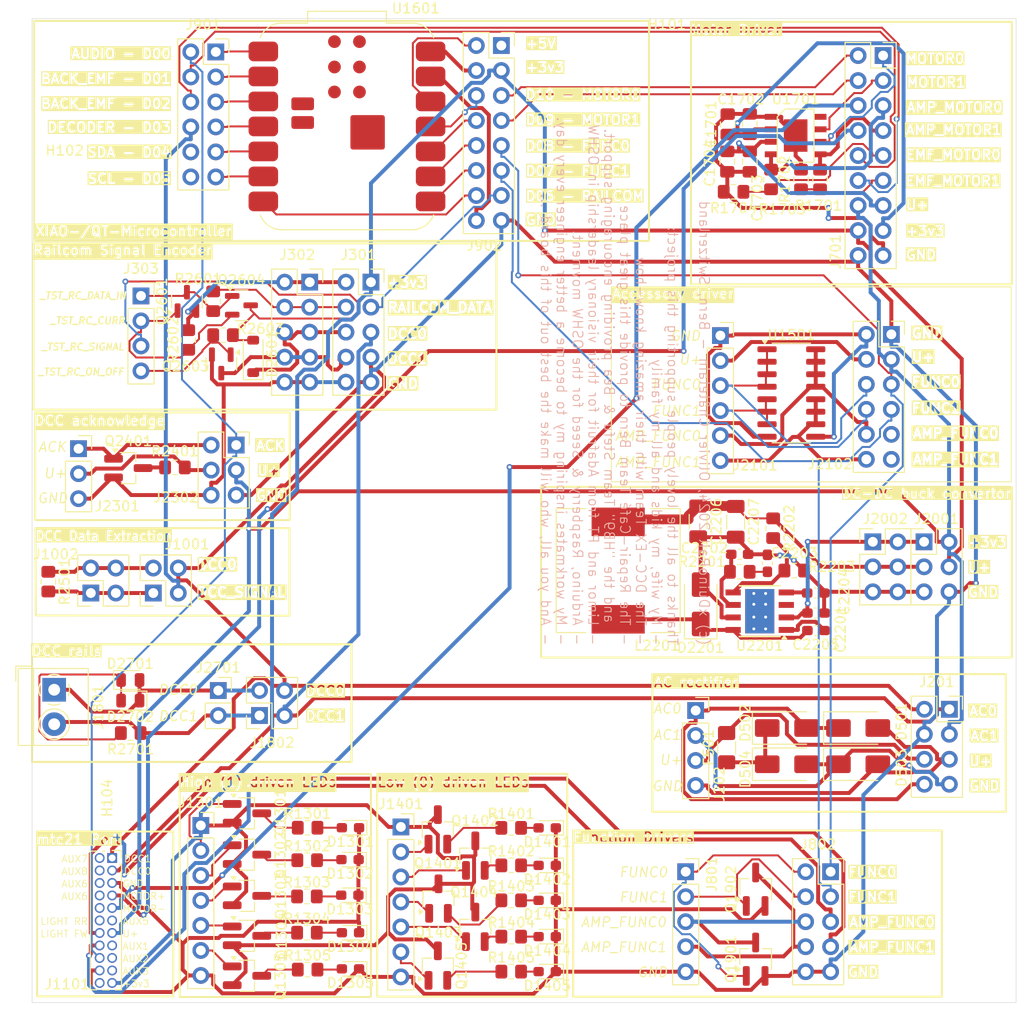
<source format=kicad_pcb>
(kicad_pcb (version 20240108) (generator "pcbnew") (generator_version "8.0")
  (layers (0 "F.Cu" signal) (31 "B.Cu" signal) (34 "B.Paste" user) (35 "F.Paste" user) (36 "B.SilkS" user "B.Silkscreen") (37 "F.SilkS" user "F.Silkscreen") (38 "B.Mask" user) (39 "F.Mask" user) (44 "Edge.Cuts" user))
  (net 0 "")
  (net 1 "/AMP_FUNC0")
  (net 2 "GND")
  (net 3 "+3V3")
  (net 4 "/DCC0")
  (net 5 "/DCC1")
  (net 6 "/rails_signal_feedback_dcc-railcom-8x50_test/_TST_RC_CURR")
  (net 7 "/rails_signal_feedback_dcc-railcom-8x50_test/_TST_RC_DATA_IN")
  (net 8 "/rails_signal_feedback_dcc-railcom-8x50_test/+J_3v3")
  (net 9 "/rails_signal_feedback_dcc-railcom-8x50_test/J_RAILCOM_DATA")
  (net 10 "0")
  (net 11 "/rails_signal_feedback_dcc-railcom-8x50_test/J_DCC0")
  (net 12 "/rails_signal_feedback_dcc-railcom-8x50_test/_TST_RC_ON_OFF")
  (net 13 "/rails_signal_feedback_dcc-railcom-8x50_test/_TST_RC_SIGNAL")
  (net 14 "/AMP_FUNC1")
  (net 15 "/AMP_MOTOR1")
  (net 16 "/FUNC1")
  (net 17 "/AMP_MOTOR0")
  (net 18 "/loco-adapter-maerklin-21mtc/AMP_AUX3")
  (net 19 "/FUNC0")
  (net 20 "/loco-mcu-xiao-test/J_MOTOR0")
  (net 21 "PGND")
  (net 22 "/loco-adapter-maerklin-21mtc/AUX7")
  (net 23 "/loco-adapter-maerklin-21mtc/AUX5")
  (net 24 "/loco-adapter-maerklin-21mtc/AUX4")
  (net 25 "/loco-adapter-maerklin-21mtc/AUX6")
  (net 26 "/loco-adapter-maerklin-21mtc/AUX89_ZBCLK")
  (net 27 "/loco-mcu-xiao-test/J_RAILCOM")
  (net 28 "/loco-driver-func-test/J_AMP_FUNC0")
  (net 29 "/rails_power_ac-dc-medium-3v3_100mA/rails_power_dc-dc-ldo-3v3_3A-test/J_U+")
  (net 30 "/loco-adapter-maerklin-21mtc/AUX910_ZBDATA")
  (net 31 "/rails_signal_feedback_dcc-railcom-8x50_test/J_DCC1")
  (net 32 "/loco-adapter-maerklin-21mtc/AMP_AUX1")
  (net 33 "/loco-adapter-maerklin-21mtc/AUX8")
  (net 34 "/loco-adapter-maerklin-21mtc/AMP_AUX2")
  (net 35 "/SPEAKER0")
  (net 36 "/RAILCOM_DATA")
  (net 37 "/EMF_MOTOR0")
  (net 38 "/EMF_MOTOR1")
  (net 39 "/DCC_MM_SIGNAL")
  (net 40 "/MOTOR1")
  (net 41 "/MOTOR0")
  (net 42 "/rails_power_ac-dc-medium-3v3_100mA/rails_power_dc-dc-ldo-3v3_3A-test/J_GND")
  (net 43 "/loco-mcu-xiao-test/J_MOTOR1")
  (net 44 "/loco-driver-motor-test/J_+3v3")
  (net 45 "/rails_power_ac-dc-medium-3v3_100mA/rails_power_dc-dc-ldo-3v3_3A-test/rails_power_dc-dc-ldo-3v3_3A/COMP")
  (net 46 "Net-(C2203-Pad1)")
  (net 47 "/rails_power_ac-dc-medium-3v3_100mA/rails_power_dc-dc-ldo-3v3_3A-test/rails_power_dc-dc-ldo-3v3_3A/SS")
  (net 48 "/loco-driver-func-test/J_AMP_FUNC1")
  (net 49 "/rails_power_ac-dc-medium-3v3_100mA/rails_power_ac-dc-bridge-medium-test/J_GND")
  (net 50 "/rails_power_ac-dc-medium-3v3_100mA/rails_power_ac-dc-bridge-medium-test/J_U+")
  (net 51 "Net-(D1401-A)")
  (net 52 "Net-(D1402-A)")
  (net 53 "Net-(D1403-A)")
  (net 54 "Net-(D1404-A)")
  (net 55 "Net-(D1405-A)")
  (net 56 "/rails_power_ac-dc-medium-3v3_100mA/rails_power_dc-dc-ldo-3v3_3A-test/rails_power_dc-dc-ldo-3v3_3A/PH")
  (net 57 "/rails_power_ac-dc-medium-3v3_100mA/rails_power_dc-dc-ldo-3v3_3A-test/rails_power_dc-dc-ldo-3v3_3A/BOOT")
  (net 58 "/rails_power_ac-dc-medium-3v3_100mA/rails_power_dc-dc-ldo-3v3_3A-test/J_+3V3")
  (net 59 "/rails_power_ac-dc-medium-3v3_100mA/rails_power_ac-dc-bridge-medium-test/J_AC0")
  (net 60 "/rails_power_ac-dc-medium-3v3_100mA/rails_power_ac-dc-bridge-medium-test/J_AC1")
  (net 61 "/led-array/LED_HIGH2")
  (net 62 "/led-array/LED_HIGH5")
  (net 63 "/led-array/LED_HIGH4")
  (net 64 "/led-array/LED_HIGH3")
  (net 65 "/led-array/LED_HIGH1")
  (net 66 "/led-array/LED_LOW4")
  (net 67 "/led-array/LED_LOW5")
  (net 68 "/led-array/LED_LOW2")
  (net 69 "/led-array/LED_LOW1")
  (net 70 "/led-array/LED_LOW3")
  (net 71 "Net-(D1301-A)")
  (net 72 "Net-(D1302-A)")
  (net 73 "Net-(D1303-A)")
  (net 74 "Net-(D1304-A)")
  (net 75 "Net-(D1305-A)")
  (net 76 "/loco-mcu-xiao-test/J_+5V")
  (net 77 "/loco-mcu-xiao-test/J_+3v3")
  (net 79 "Net-(Q1301-C)")
  (net 80 "Net-(Q1302-C)")
  (net 81 "/loco-mcu-xiao-test/J_FUNC1")
  (net 82 "/loco-mcu-xiao-test/J_FUNC0")
  (net 83 "/loco-mcu-xiao-test/+5V")
  (net 84 "/loco-mcu-xiao-test/J_DECODER")
  (net 85 "/loco-mcu-xiao-test/I2C.SCL")
  (net 86 "/loco-mcu-xiao-test/J_BACK_EMF0")
  (net 87 "/loco-mcu-xiao-test/I2C.SDA")
  (net 88 "/loco-mcu-xiao-test/J_BACK_EMF1")
  (net 89 "/loco-mcu-xiao-test/J_I2C.SDA")
  (net 90 "/loco-mcu-xiao-test/J_AUDIO")
  (net 91 "/loco-mcu-xiao-test/J_I2C.SCL")
  (net 92 "/loco-driver-motor-test/J_U+")
  (net 93 "/loco-driver-motor-test/J_MOTOR0")
  (net 94 "/loco-driver-motor-test/J_MOTOR1")
  (net 95 "/loco-driver-motor-test/J_EMF_MOTOR1")
  (net 96 "/loco-driver-motor-test/J_AMP_MOTOR1")
  (net 97 "/loco-driver-motor-test/J_EMF_MOTOR0")
  (net 98 "/loco-driver-motor-test/J_AMP_MOTOR0")
  (net 99 "/rails_power_ac-dc-medium-3v3_100mA/rails_power_ac-dc-bridge-medium-test/rails_power_ac-dc-bridge-medium/+U_UNFUSED")
  (net 100 "/rails-connector-3_5mm-test/J_DCC1")
  (net 101 "/loco-driver-func-test/J_FUNC0")
  (net 102 "/loco-driver-func-test/J_FUNC1")
  (net 103 "/loco-mcu-xiao-test/J_GND")
  (net 104 "+U")
  (net 105 "/rails_signal_extraction_dcc-test/J_DCC_MM_SIGNAL")
  (net 106 "Net-(D2701-K)")
  (net 107 "/rails-connector-3_5mm-test/J_DCC0")
  (net 108 "/acc-switch-driver-test/J_FUNC1")
  (net 109 "/acc-switch-driver-test/J_AMP_FUNC0")
  (net 110 "/acc-switch-driver-test/AMP_FUNC1")
  (net 111 "/acc-switch-driver-test/J_AMP_FUNC1")
  (net 112 "/acc-switch-driver-test/J_U+")
  (net 113 "/acc-switch-driver-test/AMP_FUNC0")
  (net 114 "/acc-switch-driver-test/J_FUNC0")
  (net 115 "/acc-switch-driver-test/J_GND")
  (net 116 "/rails_signal_acknowledge_dcc-test/rails-signal-acknowledge_dcc/U+_DROP")
  (net 117 "/rails_signal_acknowledge_dcc-test/J_DCC_ACK")
  (net 118 "/rails_signal_acknowledge_dcc-test/J_U+")
  (net 119 "Net-(Q1303-C)")
  (net 120 "Net-(Q1304-C)")
  (net 121 "Net-(Q1305-C)")
  (net 122 "Net-(Q1401-E)")
  (net 123 "Net-(Q1402-E)")
  (net 124 "Net-(Q1403-E)")
  (net 125 "Net-(Q1404-E)")
  (net 126 "Net-(Q1405-E)")
  (net 127 "/rails_power_ac-dc-medium-3v3_100mA/rails_power_dc-dc-ldo-3v3_3A-test/rails_power_dc-dc-ldo-3v3_3A/FEEDBACK")
  (net 130 "/rails_signal_extraction_dcc-test/J_DCC1")
  (footprint "xDuinoRailLib:8x50_SOT-23_Handsoldering" (layer "F.Cu") (at 103.2445 112.8098)
    (property "Reference" "Q1301")
    (property "Value" "S8550")
  )
  (footprint "Connector_PinSocket_2.54mm:PinSocket_1x02_P2.54mm_Vertical" (layer "F.Cu") (at 100.33 100.33)
    (property "Reference" "J2701")
    (property "Value" "Conn_01x02")
  )
  (footprint "Capacitor_SMD:C_0805_2012Metric_Pad1.18x1.45mm_HandSolder" (layer "F.Cu") (at 152.097 42.789 90)
    (property "Reference" "C1701")
    (property "Value" "10uF")
  )
  (footprint "LED_SMD:LED_0603_1608Metric_Pad1.05x0.95mm_HandSolder" (layer "F.Cu") (at 113.7625 128.6138 180)
    (property "Reference" "D1305")
    (property "Value" "LED_RED")
  )
  (footprint "Connector_PinSocket_2.54mm:PinSocket_2x09_P2.54mm_Vertical" (layer "F.Cu") (at 167.894 35.804)
    (property "Reference" "J701")
    (property "Value" "Conn_02x09_Odd_Even")
  )
  (footprint "Connector_PinSocket_2.54mm:PinSocket_2x06_P2.54mm_Vertical" (layer "F.Cu") (at 100.076 35.433)
    (property "Reference" "J901")
    (property "Value" "Conn_02x06_Odd_Even")
  )
  (footprint "Capacitor_SMD:C_0603_1608Metric_Pad1.08x0.95mm_HandSolder" (layer "F.Cu") (at 156.136 87.4025 90)
    (property "Reference" "C2203")
    (property "Value" "1nF")
  )
  (footprint "Connector_PinSocket_2.54mm:PinSocket_2x05_P2.54mm_Vertical" (layer "F.Cu") (at 115.844 58.831)
    (property "Reference" "J301")
    (property "Value" "Conn_02x05_Odd_Even")
  )
  (footprint "Resistor_SMD:R_0805_2012Metric_Pad1.20x1.40mm_HandSolder" (layer "F.Cu") (at 99.812 60.77 90)
    (property "Reference" "R2601")
    (property "Value" "10k")
  )
  (footprint "Package_SO:SOIC-16_3.9x9.9mm_P1.27mm" (layer "F.Cu") (at 158.5704 70.093)
    (property "Reference" "U1501")
    (property "Value" "ULN2003A")
  )
  (footprint "Capacitor_SMD:C_0603_1608Metric_Pad1.08x0.95mm_HandSolder" (layer "F.Cu") (at 161.036 90.424)
    (property "Reference" "C2204")
    (property "Value" "10nF")
  )
  (footprint "Capacitor_SMD:C_1206_3216Metric_Pad1.33x1.80mm_HandSolder" (layer "F.Cu") (at 149.098 83.1465 -90)
    (property "Reference" "C2206")
    (property "Value" "100uF")
  )
  (footprint "xDuinoRailLib:8x50_SOT-23_Handsoldering" (layer "F.Cu") (at 126.4536 124.3467 90)
    (property "Reference" "Q1404")
    (property "Value" "S8050")
  )
  (footprint "MountingHole:MountingHole_3.2mm_M3" (layer "F.Cu") (at 84.836 111.252 -90)
    (property "Reference" "H104")
    (property "Value" "MountingHole")
  )
  (footprint "Connector_PinSocket_1.27mm:PinSocket_2x11_P1.27mm_Vertical" (layer "F.Cu") (at 89.545 117.348)
    (property "Reference" "J1101")
    (property "Value" "21mtc_mrkl")
  )
  (footprint "Resistor_SMD:R_0805_2012Metric_Pad1.20x1.40mm_HandSolder" (layer "F.Cu") (at 130.0991 121.6557)
    (property "Reference" "R1403")
    (property "Value" "1k")
  )
  (footprint "Connector_PinSocket_2.54mm:PinSocket_2x08_P2.54mm_Vertical" (layer "F.Cu") (at 129.0957 34.7849)
    (property "Reference" "J902")
    (property "Value" "Conn_02x08_Odd_Even")
  )
  (footprint "Connector_PinSocket_2.54mm:PinSocket_2x05_P2.54mm_Vertical" (layer "F.Cu") (at 162.56 118.745)
    (property "Reference" "J802")
    (property "Value" "Conn_02x05_Odd_Even")
  )
  (footprint "Diode_SMD:D_SMA" (layer "F.Cu") (at 158.115 107.823)
    (property "Reference" "D504")
    (property "Value" "SS14")
  )
  (footprint "Resistor_SMD:R_0805_2012Metric_Pad1.20x1.40mm_HandSolder" (layer "F.Cu") (at 159.552 48.393 90)
    (property "Reference" "R1702")
    (property "Value" "1k")
  )
  (footprint "Resistor_SMD:R_0805_2012Metric_Pad1.20x1.40mm_HandSolder" (layer "F.Cu") (at 153.326 88.265 180)
    (property "Reference" "R2201")
    (property "Value" "R")
  )
  (footprint "LED_SMD:LED_0603_1608Metric_Pad1.05x0.95mm_HandSolder" (layer "F.Cu") (at 113.6965 121.1308 180)
    (property "Reference" "D1303")
    (property "Value" "LED_RED")
  )
  (footprint "LED_SMD:LED_0805_2012Metric" (layer "F.Cu") (at 91.3915 101.351 180)
    (property "Reference" "D2702")
    (property "Value" "LED_WHITE")
  )
  (footprint "Connector_PinSocket_2.54mm:PinSocket_1x06_P2.54mm_Vertical" (layer "F.Cu") (at 151.3554 64.262)
    (property "Reference" "J2101")
    (property "Value" "Conn_01x06")
  )
  (footprint "xDuinoRailLib:8x50_SOT-23_Handsoldering" (layer "F.Cu") (at 103.2445 117.0058)
    (property "Reference" "Q1302")
    (property "Value" "S8550")
  )
  (footprint "Diode_SMD:D_SMA" (layer "F.Cu") (at 149.352 91.567 90)
    (property "Reference" "D2201")
    (property "Value" "D_Schottky")
  )
  (footprint "LED_SMD:LED_0603_1608Metric_Pad1.05x0.95mm_HandSolder" (layer "F.Cu") (at 113.7625 124.9408 180)
    (property "Reference" "D1304")
    (property "Value" "LED_RED")
  )
  (footprint "Capacitor_SMD:C_1206_3216Metric_Pad1.33x1.80mm_HandSolder" (layer "F.Cu") (at 152.908 83.185 -90)
    (property "Reference" "C2207")
    (property "Value" "100uF")
  )
  (footprint "Connector_PinSocket_2.54mm:PinSocket_1x04_P2.54mm_Vertical" (layer "F.Cu") (at 148.844 102.362)
    (property "Reference" "J202")
    (property "Value" "Conn_01x04")
  )
  (footprint "Connector_PinSocket_2.54mm:PinSocket_2x04_P2.54mm_Vertical" (layer "F.Cu") (at 174.625 102.235)
    (property "Reference" "J201")
    (property "Value" "Conn_02x04_Odd_Even")
  )
  (footprint "Package_SO:TI_SO-PowerPAD-8_ThermalVias" (layer "F.Cu") (at 155.354 92.267 180)
    (property "Reference" "U2201")
    (property "Value" "TPS54233")
  )
  (footprint "Connector_PinSocket_2.54mm:PinSocket_2x05_P2.54mm_Vertical" (layer "F.Cu") (at 109.621 58.831)
    (property "Reference" "J302")
    (property "Value" "Conn_02x05_Odd_Even")
  )
  (footprint "Resistor_SMD:R_0805_2012Metric_Pad1.20x1.40mm_HandSolder" (layer "F.Cu") (at 156.504 48.393 90)
    (property "Reference" "R1703")
    (property "Value" "6k8")
  )
  (footprint "Resistor_SMD:R_0805_2012Metric_Pad1.20x1.40mm_HandSolder" (layer "F.Cu") (at 109.3645 117.5748)
    (property "Reference" "R1302")
    (property "Value" "1k")
  )
  (footprint "Connector_PinSocket_2.54mm:PinSocket_2x06_P2.54mm_Vertical" (layer "F.Cu") (at 168.7294 64.135)
    (property "Reference" "J2102")
    (property "Value" "Conn_02x06_Odd_Even")
  )
  (footprint "RF_Module:MCU_Seeed_ESP32C3" (layer "F.Cu") (at 113.4067 43.0039)
    (property "Reference" "U1601")
    (property "Value" "MOUDLE-SEEEDUINO-XIAO-ESP32C3")
  )
  (footprint "MountingHole:MountingHole_3.2mm_M3" (layer "F.Cu") (at 84.709 49.657)
    (property "Reference" "H102")
    (property "Value" "MountingHole")
  )
  (footprint "Diode_SMD:D_SOD-123" (layer "F.Cu") (at 103.876 66.373 90)
    (property "Reference" "D2601")
    (property "Value" "1N5819W")
  )
  (footprint "xDuinoRail:8x50_SOT-23" (layer "F.Cu") (at 97.145 60.786 90)
    (property "Reference" "Q2601")
    (property "Value" "S8550")
  )
  (footprint "MountingHole:MountingHole_3.2mm_M3" (layer "F.Cu") (at 177.165 128.524 90)
    (property "Reference" "H103" (hide yes))
    (property "Value" "MountingHole")
  )
  (footprint "LED_SMD:LED_0603_1608Metric_Pad1.05x0.95mm_HandSolder" (layer "F.Cu") (at 113.7625 114.2728 180)
    (property "Reference" "D1301")
    (property "Value" "LED_RED")
  )
  (footprint "Resistor_SMD:R_0805_2012Metric_Pad1.20x1.40mm_HandSolder" (layer "F.Cu") (at 109.407 128.6908)
    (property "Reference" "R1305")
    (property "Value" "1k")
  )
  (footprint "xDuinoRail:8x50_SOT-23" (layer "F.Cu") (at 100.635 67.136 -90)
    (property "Reference" "Q2603")
    (property "Value" "S8050")
  )
  (footprint "Connector_PinSocket_2.54mm:PinSocket_1x03_P2.54mm_Vertical" (layer "F.Cu") (at 86.129 75.754)
    (property "Reference" "J2301")
    (property "Value" "Conn_01x03")
  )
  (footprint "Resistor_SMD:R_0805_2012Metric_Pad1.20x1.40mm_HandSolder" (layer "F.Cu") (at 83.058 89.265 -90)
    (property "Reference" "R2501")
    (property "Value" "22k")
  )
  (footprint "Resistor_SMD:R_0805_2012Metric_Pad1.20x1.40mm_HandSolder" (layer "F.Cu") (at 97.272 64.707 90)
    (property "Reference" "R2602")
    (property "Value" "20R")
  )
  (footprint "LED_SMD:LED_0603_1608Metric_Pad1.05x0.95mm_HandSolder" (layer "F.Cu") (at 133.7586 128.8947 180)
    (property "Reference" "D1405")
    (property "Value" "LED_RED")
  )
  (footprint "Diode_SMD:D_SMA" (layer "F.Cu") (at 165.354 107.823)
    (property "Reference" "D503")
    (property "Value" "SS14")
  )
  (footprint "Connector_PinSocket_2.54mm:PinSocket_2x02_P2.54mm_Vertical" (layer "F.Cu") (at 87.376 90.424 180)
    (property "Reference" "J1002")
    (property "Value" "Conn_02x02_Odd_Even")
  )
  (footprint "Capacitor_SMD:C_0805_2012Metric_Pad1.18x1.45mm_HandSolder" (layer "F.Cu") (at 154.345 46.5775 -90)
    (property "Reference" "C1703")
    (property "Value" "10uF")
  )
  (footprint "Resistor_SMD:R_0805_2012Metric_Pad1.20x1.40mm_HandSolder" (layer "F.Cu") (at 91.4315 104.653 180)
    (property "Reference" "R2701")
    (property "Value" "10k")
  )
  (footprint "Capacitor_SMD:C_0805_2012Metric_Pad1.18x1.45mm_HandSolder" (layer "F.Cu") (at 154.345 42.7675 90)
    (property "Reference" "C1702")
    (property "Value" "100nF")
  )
  (footprint "Capacitor_SMD:C_0805_2012Metric_Pad1.18x1.45mm_HandSolder" (layer "F.Cu") (at 152.059 46.5775 -90)
    (property "Reference" "C1704")
    (property "Value" "100nF")
  )
  (footprint "Package_TO_SOT_SMD:SOT-23W_Handsoldering" (layer "F.Cu") (at 154.94 127.635 90)
    (property "Reference" "Q1901")
    (property "Value" "AO3400A")
  )
  (footprint "Connector_PinSocket_2.54mm:PinSocket_1x04_P2.54mm_Vertical" (layer "F.Cu") (at 92.476 60.228)
    (property "Reference" "J303")
    (property "Value" "Conn_01x04")
  )
  (footprint "Resistor_SMD:R_0805_2012Metric_Pad1.20x1.40mm_HandSolder" (layer "F.Cu") (at 130.0991 128.8947)
    (property "Reference" "R1405")
    (property "Value" "1k")
  )
  (footprint "TerminalBlock_4Ucon:TerminalBlock_4Ucon_1x02_P3.50mm_Horizontal" (layer "F.Cu") (at 83.6551 100.2529 -90)
    (property "Reference" "J1801")
    (property "Value" "Conn_01x02")
  )
  (footprint "Resistor_SMD:R_0805_2012Metric_Pad1.20x1.40mm_HandSolder" (layer "F.Cu") (at 156.718 83.836 -90)
    (property "Reference" "R2202")
    (property "Value" "R")
  )
  (footprint "Resistor_SMD:R_0805_2012Metric_Pad1.20x1.40mm_HandSolder" (layer "F.Cu") (at 158.861 88.138)
    (property "Reference" "R2203")
    (property "Value" "R")
  )
  (footprint "Connector_PinSocket_2.54mm:PinSocket_2x02_P2.54mm_Vertical" (layer "F.Cu") (at 104.521 102.87 180)
    (property "Reference" "J1802")
    (property "Value" "Conn_02x02_Odd_Even")
  )
  (footprint "xDuinoRailLib:8x50_SOT-23_Handsoldering" (layer "F.Cu") (at 91.186 77.724)
    (property "Reference" "Q2401")
    (property "Value" "S8050")
  )
  (footprint "Connector_PinSocket_2.54mm:PinSocket_1x05_P2.54mm_Vertical" (layer "F.Cu") (at 147.828 118.745)
    (property "Reference" "J801")
    (property "Value" "Conn_01x05")
  )
  (footprint "Resistor_SMD:R_0805_2012Metric_Pad1.20x1.40mm_HandSolder" (layer "F.Cu") (at 130.0991 125.3387)
    (property "Reference" "R1404")
    (property "Value" "1k")
  )
  (footprint "Diode_SMD:D_SMA" (layer "F.Cu") (at 158.115 104.14)
    (property "Reference" "D502")
    (property "Value" "SS14")
  )
  (footprint "Connector_PinHeader_2.54mm:PinHeader_2x03_P2.54mm_Vertical" (layer "F.Cu") (at 166.8473 85.217)
    (property "Reference" "J2002")
    (property "Value" "Conn_02x03_Odd_Even")
  )
  (footprint "Connector_PinSocket_2.54mm:PinSocket_2x03_P2.54mm_Vertical" (layer "F.Cu") (at 102.151 75.388)
    (property "Reference" "J2302")
    (property "Value" "Conn_02x03_Odd_Even")
  )
  (footprint "Connector_PinSocket_2.54mm:PinSocket_2x02_P2.54mm_Vertical" (layer "F.Cu") (at 93.726 90.424 180)
    (property "Reference" "J1001")
    (property "Value" "Conn_02x02_Odd_Even")
  )
  (footprint "Resistor_SMD:R_0805_2012Metric_Pad1.20x1.40mm_HandSolder" (layer "F.Cu") (at 109.407 114.2728)
    (property "Reference" "R1301")
    (property "Value" "1k")
  )
  (footprint "Inductor_SMD:L_12x12mm_H4.5mm" (layer "F.Cu") (at 140.97 88.141 90)
    (property "Reference" "L2201")
    (property "Value" "L")
  )
  (footprint "Resistor_SMD:R_0805_2012Metric_Pad1.20x1.40mm_HandSolder" (layer "F.Cu") (at 109.341 121.2578)
    (property "Reference" "R1303")
    (property "Value" "1k")
  )
  (footprint "LED_SMD:LED_0603_1608Metric_Pad1.05x0.95mm_HandSolder" (layer "F.Cu") (at 133.7586 118.0997 180)
    (property "Reference" "D1402")
    (property "Value" "LED_RED")
  )
  (footprint "xDuinoRailLib:8x50_SOT-23_Handsoldering" (layer "F.Cu") (at 103.2445 121.1968)
    (property "Reference" "Q1303")
    (property "Value" "S8550")
  )
  (footprint "LED_SMD:LED_0603_1608Metric_Pad1.05x0.95mm_HandSolder" (layer "F.Cu") (at 133.7586 121.6557 180)
    (property "Reference" "D1403")
    (property "Value" "LED_RED")
  )
  (footprint "Capacitor_SMD:C_0603_1608Metric_Pad1.08x0.95mm_HandSolder" (layer "F.Cu") (at 161.0625 92.456)
    (property "Reference" "C2201")
    (property "Value" "1u")
  )
  (footprint "LED_SMD:LED_0603_1608Metric_Pad1.05x0.95mm_HandSolder" (layer "F.Cu") (at 133.7586 125.3387 180)
    (property "Reference" "D1404")
    (property "Value" "LED_RED")
  )
  (footprint "Resistor_SMD:R_0805_2012Metric_Pad1.20x1.40mm_HandSolder" (layer "F.Cu") (at 130.0991 118.0997)
    (property "Reference" "R1402")
    (property "Value" "1k")
  )
  (footprint "Resistor_SMD:R_0805_2012Metric_Pad1.20x1.40mm_HandSolder" (layer "F.Cu") (at 161.486 48.393 90)
    (property "Reference" "R1701")
    (property "Value" "6k8")
  )
  (footprint "LED_SMD:LED_0603_1608Metric_Pad1.05x0.95mm_HandSolder" (layer "F.Cu") (at 133.7586 114.2897 180)
    (property "Reference" "D1401")
    (property "Value" "LED_RED")
  )
  (footprint "xDuinoRailLib:8x50_SOT-23_Handsoldering" (layer "F.Cu") (at 122.7096 121.4737 90)
    (property "Reference" "Q1403")
    (property "Value" "S8050")
  )
  (footprint "LED_SMD:LED_0603_1608Metric_Pad1.05x0.95mm_HandSolder" (layer "F.Cu") (at 113.72 117.5118 180)
    (property "Reference" "D1302")
    (property "Value" "LED_RED")
  )
  (footprint "Fuse:Fuse_1206_3216Metric_Pad1.42x1.75mm_HandSolder" (layer "F.Cu") (at 151.987 106.1355 90)
    (property "Reference" "F501")
    (property "Value" "SRF1206P150")
  )
  (footprint "xDuinoRailLib:8x50_SOT-23_Handsoldering" (layer "F.Cu") (at 122.6436 128.2837 90)
    (property "Reference" "Q1405")
    (property "Value" "S8050")
  )
  (footprint "Package_TO_SOT_SMD:SOT-23W_Handsoldering" (layer "F.Cu") (at 154.94 120.523 90)
    (property "Reference" "Q1902")
    (property "Value" "AO3400A")
  )
  (footprint "BDR6133:BDR6133" (layer "F.Cu") (at 159.004 43.932 -90)
    (property "Reference" "U1701")
    (property "Value" "BDR6133")
  )
  (footprint "Connector_PinHeader_2.54mm:PinHeader_2x03_P2.54mm_Vertical" (layer "F.Cu") (at 172.0543 85.217)
    (property "Reference" "J2001")
    (property "Value" "Conn_02x03_Odd_Even")
  )
  (footprint "xDuinoRailLib:8x50_SOT-23_Handsoldering" (layer "F.Cu") (at 103.2445 125.2608)
    (property "Reference" "Q1304")
    (property "Value" "S8550")
  )
  (footprint "xDuinoRailLib:8x50_SOT-23_Handsoldering" (layer "F.Cu") (at 122.6436 114.4407 90)
    (property "Reference" "Q1401")
    (property "Value" "S8050")
  )
  (footprint "Resistor_SMD:R_0805_2012Metric_Pad1.20x1.40mm_HandSolder" (layer "F.Cu") (at 152.694 49.647 180)
    (property "Reference" "R1704")
    (property "Value" "1k")
  )
  (footprint "Resistor_SMD:R_0805_2012Metric_Pad1.20x1.40mm_HandSolder" (layer "F.Cu") (at 95.924 77.659)
    (property "Reference" "R2401")
    (property "Value" "150R")
  )
  (footprint "Diode_SMD:D_SMA" (layer "F.Cu") (at 165.354 104.14)
    (property "Reference" "D501")
    (property "Value" "SS14")
  )
  (footprint "Resistor_SMD:R_0805_2012Metric_Pad1.20x1.40mm_HandSolder" (layer "F.Cu") (at 130.0991 114.2897)
    (property "Reference" "R1401")
    (property "Value" "1k")
  )
  (footprint "Capacitor_SMD:C_0603_1608Metric_Pad1.08x0.95mm_HandSolder" (layer "F.Cu") (at 161.0625 94.234 180)
    (property "Reference" "C2205")
    (property "Value" "10nF")
  )
  (footprint "LED_SMD:LED_0805_2012Metric" (layer "F.Cu") (at 91.3915 99.258)
    (property "Reference" "D2701")
    (property "Value" "LED_YELLOW")
  )
  (footprint "MountingHole:MountingHole_3.2mm_M3" (layer "F.Cu") (at 145.923 36.83)
    (property "Reference" "H101")
    (property "Value" "MountingHole")
  )
  (footprint "Resistor_SMD:R_0805_2012Metric_Pad1.20x1.40mm_HandSolder" (layer "F.Cu") (at 100.812 64.215 180)
    (property "Reference" "R2603")
    (property "Value" "10k")
  )
  (footprint "xDuinoRail:8x50_SOT-23" (layer "F.Cu") (at 102.6845 61.183)
    (property "Reference" "Q2604")
    (property "Value" "S8550")
  )
  (footprint "xDuinoRailLib:8x50_SOT-23_Handsoldering" (layer "F.Cu") (at 103.2445 129.3198)
    (property "Reference" "Q1305")
    (property "Value" "S8550")
  )
  (footprint "Resistor_SMD:R_0805_2012Metric_Pad1.20x1.40mm_HandSolder" (layer "F.Cu") (at 109.341 124.9408)
    (property "Reference" "R1304")
    (property "Value" "1k")
  )
  (footprint "Connector_PinSocket_2.54mm:PinSocket_1x07_P2.54mm_Vertical" (layer "F.Cu") (at 98.5555 114.0478)
    (property "Reference" "J1301")
    (property "Value" "Conn_01x07")
  )
  (footprint "Capacitor_SMD:C_0603_1608Metric_Pad1.08x0.95mm_HandSolder" (layer "F.Cu") (at 153.3155 86.487)
    (property "Reference" "C2202")
    (property "Value" "10pF")
  )
  (footprint "Connector_PinSocket_2.54mm:PinSocket_1x07_P2.54mm_Vertical" (layer "F.Cu") (at 118.8856 114.1917)
    (property "Reference" "J1401")
    (property "Value" "Conn_01x07")
  )
  (footprint "xDuinoRailLib:8x50_SOT-23_Handsoldering" (layer "F.Cu") (at 126.4536 117.1077 90)
    (property "Reference" "Q1402")
    (property "Value" "S8050")
  )
  (gr_rect (start 144.443001 98.666749) (end 180.358 112.649) (stroke (width 0.2)) (fill none) (layer "F.SilkS"))
  (gr_rect (start 148.3675 32.375) (end 180.975 59.0485) (stroke (width 0.2)) (fill none) (layer "F.SilkS"))
  (gr_poly (pts (xy 81.755951 83.820001) (xy 107.569 83.836) (xy 107.569 92.726) (xy 81.788 92.699003)) (stroke (width 0.2)) (fill none) (layer "F.SilkS"))
  (gr_rect (start 96.4105 108.8118) (end 115.8415 131.4788) (stroke (width 0.2)) (fill none) (layer "F.SilkS"))
  (gr_rect (start 81.916531 114.659615) (end 95.759531 131.412615) (stroke (width 0.2)) (fill none) (layer "F.SilkS"))
  (gr_rect (start 81.406995 95.636015) (end 113.874994 107.586266) (stroke (width 0.2)) (fill none) (layer "F.SilkS"))
  (gr_rect (start 81.730001 72.073749) (end 107.593 83.008) (stroke (width 0.2)) (fill none) (layer "F.SilkS"))
  (gr_rect (start 116.4866 108.7982) (end 135.7906 131.4347) (stroke (width 0.2)) (fill none) (layer "F.SilkS"))
  (gr_rect (start 133.136012 79.629) (end 180.975 96.977251) (stroke (width 0.2)) (fill none) (layer "F.SilkS"))
  (gr_rect (start 140.2814 59.309) (end 180.9214 79.121) (stroke (width 0.1)) (fill none) (layer "F.SilkS"))
  (gr_rect (start 136.398 114.554) (end 173.863 131.445) (stroke (width 0.2)) (fill none) (layer "F.SilkS"))
  (gr_rect (start 81.406995 95.636015) (end 113.874994 107.586266) (stroke (width 0.2)) (fill none) (layer "F.SilkS"))
  (gr_rect (start 81.613714 32.284902) (end 144.097714 54.636902) (stroke (width 0.2)) (fill none) (layer "F.SilkS"))
  (gr_rect (start 81.554 54.8923) (end 128.59848 71.786701) (stroke (width 0.2)) (fill none) (layer "F.SilkS"))
  (gr_rect (start 81.407 32.042) (end 181.407 132.042) (stroke (width 0.05)) (fill none) (layer "Edge.Cuts"))
  (gr_text "(c) xDuinoRail 2024, Olivier Châtelain - Bern, Switzerland\n\nThanks to all the lovely people supporting this project:\n- My wife, my kids and all my family\n- The DCC-EX Team with their amazing know-how\n- The Repair-Café Team Bern to provide this great place\n   and the {dblquote}HB9{dblquote} Team Stefu & Bea providing encouraging support.\n- Limor and PT from Adafruit for their visionary leadership in OSHW.\n- Arduino, Raspberry & Seeed for the OSHW movment.\n- My workmates inspiring my to become a better engineer every day.\n- And you all, who will make the best out of this board ..." (at 133.0301 95.8124 270) (layer "B.SilkS") (effects (font (size 1 1) (thickness 0.1)) (justify left bottom mirror)))
  (gr_text "mtc21 Port" (at 81.789531 116.056615 0) (layer "F.SilkS" knockout) (effects (font (size 1 1)) (justify left bottom)))
  (gr_text "AUX7" (at 87.122 117.856 0) (layer "F.SilkS") (effects (font (size 0.7 0.7) (thickness 0.0875)) (justify right bottom)))
  (gr_text "SDA - D04" (at 95.631 46.228 0) (layer "F.SilkS" knockout) (effects (font (size 1 1) (thickness 0.2) (bold yes)) (justify right bottom)))
  (gr_text "AMP_FUNC0" (at 164.338 124.46 0) (layer "F.SilkS" knockout) (effects (font (size 1 1) (thickness 0.2) (bold yes)) (justify left bottom)))
  (gr_text "U+" (at 170.085 51.552 0) (layer "F.SilkS" knockout) (effects (font (size 1 1) (thickness 0.2) (bold yes)) (justify left bottom)))
  (gr_text "AUDIO - D00" (at 95.631 36.195 0) (layer "F.SilkS" knockout) (effects (font (size 1 1) (thickness 0.2) (bold yes)) (justify right bottom)))
  (gr_text "_TST_RC_DATA_IN" (at 91.078999 60.609001 0) (layer "F.SilkS") (effects (font (size 0.7 0.7) (thickness 0.14) (bold yes) (italic yes)) (justify right bottom)))
  (gr_text "U+" (at 176.385 88.392 0) (layer "F.SilkS" knockout) (effects (font (size 1 1) (thickness 0.2) (bold yes)) (justify left bottom)))
  (gr_text "FUNC0" (at 170.6144 69.571 0) (layer "F.SilkS" knockout) (effects (font (size 1 1) (thickness 0.3) (bold yes)) (justify left bottom)))
  (gr_text "DCC0" (at 98.297995 100.843015 0) (layer "F.SilkS") (effects (font (size 1 1) (thickness 0.125) (italic yes)) (justify right bottom)))
  (gr_text "U+" (at 170.6144 67.031 0) (layer "F.SilkS" knockout) (effects (font (size 1 1) (thickness 0.3) (bold yes)) (justify left bottom)))
  (gr_text "BACK_EMF - D02" (at 95.631 41.275 0) (layer "F.SilkS" knockout) (effects (font (size 1 1) (thickness 0.2) (bold yes)) (justify right bottom)))
  (gr_text "EMF_MOTOR0" (at 170.085 46.472 0) (layer "F.SilkS" knockout) (effects (font (size 1 1) (thickness 0.2) (bold yes)) (justify left bottom)))
  (gr_text "U+" (at 176.53 108.077 0) (layer "F.SilkS" knockout) (effects (font (size 1 1) (thickness 0.2) (bold yes)) (justify left bottom)))
  (gr_text "DCC rails" (at 81.279995 96.906015 0) (layer "F.SilkS" knockout) (effects (font (size 1 1)) (justify left bottom)))
  (gr_text "AC1" (at 176.657 105.537 0) (layer "F.SilkS" knockout) (effects (font (size 1 1) (thickness 0.2) (bold yes)) (justify left bottom)))
  (gr_text "AUX6" (at 87.122 121.666 0) (layer "F.SilkS") (effects (font (size 0.7 0.7) (thickness 0.0875)) (justify right bottom)))
  (gr_text "AUX8" (at 87.122 119.126 0) (layer "F.SilkS") (effects (font (size 0.7 0.7) (thickness 0.0875)) (justify right bottom)))
  (gr_text "DCC Data Extraction" (at 81.661 85.217 0) (layer "F.SilkS" knockout) (effects (font (size 1 0.9)) (justify left bottom)))
  (gr_text "Function Drivers" (at 136.2845 115.8275 0) (layer "F.SilkS" knockout) (effects (font (size 1 1)) (justify left bottom)))
  (gr_text "GND" (at 147.574 110.627 0) (layer "F.SilkS") (effects (font (size 1 1) (thickness 0.125) (italic yes)) (justify right bottom)))
  (gr_text "DCC1" (at 109.092995 103.505015 0) (layer "F.SilkS" knockout) (effects (font (size 1 1) (thickness 0.2) (bold yes)) (justify left bottom)))
  (gr_text "FUNC1" (at 149.4254 72.492 0) (layer "F.SilkS") (effects (font (size 1 1) (thickness 0.125) (italic yes)) (justify right bottom)))
  (gr_text "AMP_FUNC1" (at 170.7414 77.445 0) (layer "F.SilkS" knockout) (effects (font (size 1 1) (thickness 0.3) (bold yes)) (justify left bottom)))
  (gr_text "FUNC0" (at 149.4254 69.825 0) (layer "F.SilkS") (effects (font (size 1 1) (thickness 0.125) (italic yes)) (justify right bottom)))
  (gr_text "U+" (at 149.5524 67.285 0) (layer "F.SilkS") (effects (font (size 1 1) (thickness 0.125) (italic yes)) (justify right bottom)))
  (gr_text "+3v3" (at 131.445 37.592 0) (layer "F.SilkS" knockout) (effects (font (size 1 1) (thickness 0.2) (bold yes)) (justify left bottom)))
  (gr_text "D10 - MOTOR0" (at 131.445 40.386 0) (layer "F.SilkS" knockout) (effects (font (size 1 1) (thickness 0.2) (bold yes)) (justify left bottom)))
  (gr_text "GND" (at 176.403 90.932 0) (layer "F.SilkS" knockout) (effects (font (size 1 1) (thickness 0.2) (bold yes)) (justify left bottom)))
  (gr_text "Accessory driver" (at 140.2814 60.579 0) (layer "F.SilkS" knockout) (effects (font (size 1 1) (thickness 0.125)) (justify left bottom)))
  (gr_text "DCC1" (at 117.368 67.213 0) (layer "F.SilkS" knockout) (effects (font (size 1 1) (thickness 0.3) (bold yes)) (justify left bottom)))
  (gr_text "DC-DC buck convertor" (at 163.576 80.899 0) (layer "F.SilkS" knockout) (effects (font (size 1 1)) (justify left bottom)))
  (gr_text "FUNC1" (at 146.078 121.92 0) (layer "F.SilkS") (effects (font (size 1 1) (thickness 0.125) (italic yes)) (justify right bottom)))
  (gr_text "GND" (at 131.445 53.086 0) (layer "F.SilkS" knockout) (effects (font (size 1 1) (thickness 0.2) (bold yes)) (justify left bottom)))
  (gr_text "RAILCOM_DATA" (at 117.368 62.006 0) (layer "F.SilkS" knockout) (effects (font (size 1 1) (thickness 0.3) (bold yes)) (justify left bottom)))
  (gr_text "DCC0" (at 109.092995 100.970015 0) (layer "F.SilkS" knockout) (effects (font (size 1 1) (thickness 0.2) (bold yes)) (justify left bottom)))
  (gr_text "FUNC1" (at 170.6144 72.238 0) (layer "F.SilkS" knockout) (effects (font (size 1 1) (thickness 0.3) (bold yes)) (justify left bottom)))
  (gr_text "GND" (at 170.6144 64.618 0) (layer "F.SilkS" knockout) (effects (font (size 1 1) (thickness 0.3) (bold yes)) (justify left bottom)))
  (gr_text "MOTOR+\n" (at 90.552531 121.644615 0) (layer "F.SilkS") (effects (font (size 0.7 0.7) (thickness 0.0875)) (justify left bottom)))
  (gr_text "GND" (at 149.4254 64.872 0) (layer "F.SilkS") (effects (font (size 1 1) (thickness 0.125) (italic yes)) (justify right bottom)))
  (gr_text "GND" (at 176.53 110.617 0) (layer "F.SilkS" knockout) (effects (font (size 1 1) (thickness 0.2) (bold yes)) (justify left bottom)))
  (gr_text "AUX3" (at 90.552531 129.264615 0) (layer "F.SilkS") (effects (font (size 0.7 0.7) (thickness 0.0875)) (justify left bottom)))
  (gr_text "AC1" (at 147.447 105.42 0) (layer "F.SilkS") (effects (font (size 1 1) (thickness 0.125) (italic yes)) (justify right bottom)))
  (gr_text "D07 - FUNC1" (at 131.445 48.133 0) (layer "F.SilkS" knockout) (effects (font (size 1 1) (thickness 0.2) (bold yes)) (justify left bottom)))
  (gr_text "LIGHT FW" (at 87.122 125.476 0) (layer "F.SilkS") (effects (font (size 0.7 0.7) (thickness 0.0875)) (justify right bottom)))
  (gr_text "GND" (at 90.552531 120.374615 0) (layer "F.SilkS") (effects (font (size 0.7 0.7) (thickness 0.0875)) (justify left bottom)))
  (gr_text "FUNC1" (at 164.211 121.92 0) (layer "F.SilkS" knockout) (effects (font (size 1 1) (thickness 0.2) (bold yes)) (justify left bottom)))
  (gr_text "EMF_MOTOR1" (at 170.053 49.139 0) (layer "F.SilkS" knockout) (effects (font (size 1 1) (thickness 0.2) (bold yes)) (justify left bottom)))
  (gr_text "MOTOR0" (at 170.053 36.703 0) (layer "F.SilkS" knockout) (effects (font (size 1 1) (thickness 0.2) (bold yes)) (justify left bottom)))
  (gr_text "AUX5" (at 90.552531 124.184615 0) (layer "F.SilkS") (effects (font (size 0.7 0.7) (thickness 0.0875)) (justify left bottom)))
  (gr_text "ACK" (at 84.988 76.16 0) (layer "F.SilkS") (effects (font (size 1 1) (thickness 0.125) (italic yes)) (justify right bottom)))
  (gr_text "AUX2" (at 90.552531 127.994615 0) (layer "F.SilkS") (effects (font (size 0.7 0.7) (thickness 0.0875)) (justify left bottom)))
  (gr_text "GND" (at 104.056 81.103 0) (layer "F.SilkS" knockout) (effects (font (size 1 1) (thickness 0.2) (bold yes)) (justify left bottom)))
  (gr_text "AC rectifier" (at 144.526 100.076 0) (layer "F.SilkS" knockout) (effects (font (size 1 1)) (justify left bottom)))
  (gr_text "GND" (at 170.085 56.632 0) (layer "F.SilkS" knockout) (effects (font (size 1 1) (thickness 0.2) (bold yes)) (justify left bottom)))
  (gr_text "FUNC0" (at 164.211 119.38 0) (layer "F.SilkS" knockout) (effects (font (size 1 1) (thickness 0.2) (bold yes)) (justify left bottom)))
  (gr_text "DECODER - D03" (at 95.631 43.688 0) (layer "F.SilkS" knockout) (effects (font (size 1 1) (thickness 0.2) (bold yes)) (justify right bottom)))
  (gr_text "AMP_FUNC1" (at 145.951 127 0) (layer "F.SilkS") (effects (font (size 1 1) (thickness 0.125) (italic yes)) (justify right bottom)))
  (gr_text "GND" (at 146.078 129.54 0) (layer "F.SilkS") (effects (font (size 1 1) (thickness 0.125) (italic yes)) (justify right bottom)))
  (gr_text "+3v3" (at 176.403 85.852 0) (layer "F.SilkS" knockout) (effects (font (size 1 1) (thickness 0.2) (bold yes)) (justify left bottom)))
  (gr_text "DCC_SIGNAL" (at 98.044 90.932 0) (layer "F.SilkS" knockout) (effects (font (size 1 1) (thickness 0.25) (bold yes)) (justify left bottom)))
  (gr_text "AMP_FUNC1" (at 149.4254 77.699 0) (layer "F.SilkS") (effects (font (size 1 1) (thickness 0.125) (italic yes)) (justify right bottom)))
  (gr_text "ACK" (at 104.056 76.023 0) (layer "F.SilkS" knockout) (effects (font (size 1 1) (thickness 0.2) (bold yes)) (justify left bottom)))
  (gr_text "Motor Driver" (at 148.209 33.772 0) (layer "F.SilkS" knockout) (effects (font (size 1 1)) (justify left bottom)))
  (gr_text "Low (0) driven LEDs" (at 116.4231 110.2257 0) (layer "F.SilkS" knockout) (effects (font (size 1 1)) (justify left bottom)))
  (gr_text "DCC1" (at 98.297995 103.510015 0) (layer "F.SilkS") (effects (font (size 1 1) (thickness 0.125) (italic yes)) (justify right bottom)))
  (gr_text "AMP_MOTOR1" (at 170.085 43.932 0) (layer "F.SilkS" knockout) (effects (font (size 1 1) (thickness 0.2) (bold yes)) (justify left bottom)))
  (gr_text "BACK_EMF - D01" (at 95.631 38.735 0) (layer "F.SilkS" knockout) (effects (font (size 1 1) (thickness 0.2) (bold yes)) (justify right bottom)))
  (gr_text "AMP_FUNC1" (at 164.338 127 0) (layer "F.SilkS" knockout) (effects (font (size 1 1) (thickness 0.2) (bold yes)) (justify left bottom)))
  (gr_text "U+" (at 84.988 78.827 0) (layer "F.SilkS") (effects (font (size 1 1) (thickness 0.125) (italic yes)) (justify right bottom)))
  (gr_text "AC0" (at 147.447 102.753 0) (layer "F.SilkS") (effects (font (size 1 1) (thickness 0.125) (italic yes)) (justify right bottom)))
  (gr_text "GND" (at 117.368 69.753 0) (layer "F.SilkS" knockout) (effects (font (size 1 1) (thickness 0.3) (bold yes)) (justify left bottom)))
  (gr_text "DCC0" (at 109.092995 100.970015 0) (layer "F.SilkS" knockout) (effects (font (size 1 1) (thickness 0.2) (bold yes)) (justify left bottom)))
  (gr_text "DCC0" (at 98.044 88.138 0) (layer "F.SilkS" knockout) (effects (font (size 1 1) (thickness 0.3) (bold yes)) (justify left bottom)))
  (gr_text "Railcom Signal Encoder" (at 81.427 56.164 0) (layer "F.SilkS" knockout) (effects (font (size 1 1)) (justify left bottom)))
  (gr_text "AMP_MOTOR0" (at 170.18 41.656 0) (layer "F.SilkS" knockout) (effects (font (size 1 1) (thickness 0.2) (bold yes)) (justify left bottom)))
  (gr_text "DCC1" (at 90.679531 117.834615 0) (layer "F.SilkS") (effects (font (size 0.7 0.7) (thickness 0.0875)) (justify left bottom)))
  (gr_text "DCC0" (at 117.368 64.673 0) (layer "F.SilkS" knockout) (effects (font (size 1 1) (thickness 0.3) (bold yes)) (justify left bottom)))
  (gr_text "GND" (at 164.211 129.54 0) (layer "F.SilkS" knockout) (effects (font (size 1 1) (thickness 0.2) (bold yes)) (justify left bottom)))
  (gr_text "XIAO-/QT-Microcontroller" (at 81.661 54.229 0) (layer "F.SilkS" knockout) (effects (font (size 1 1)) (justify left bottom)))
  (gr_text "MOTOR-" (at 90.552531 122.914615 0) (layer "F.SilkS") (effects (font (size 0.7 0.7) (thickness 0.0875)) (justify left bottom)))
  (gr_text "AMP_FUNC0" (at 149.4254 75.032 0) (layer "F.SilkS") (effects (font (size 1 1) (thickness 0.125) (italic yes)) (justify right bottom)))
  (gr_text "DCC1" (at 98.297995 103.510015 0) (layer "F.SilkS") (effects (font (size 1 1) (thickness 0.125) (italic yes)) (justify right bottom)))
  (gr_text "AMP_FUNC0" (at 170.7414 74.778 0) (layer "F.SilkS" knockout) (effects (font (size 1 1) (thickness 0.3) (bold yes)) (justify left bottom)))
  (gr_text "D08 - FUNC0" (at 131.445 45.593 0) (layer "F.SilkS" knockout) (effects (font (size 1 1) (thickness 0.2) (bold yes)) (justify left bottom)))
  (gr_text "DCC acknowledge" (at 81.577 73.483 0) (layer "F.SilkS" knockout) (effects (font (size 1 1)) (justify left bottom)))
  (gr_text "_TST_RC_CURR" (at 90.952 63.149 0) (layer "F.SilkS") (effects (font (size 0.7 0.7) (thickness 0.14) (bold yes) (italic yes)) (justify right bottom)))
  (gr_text "DCC0" (at 90.679531 119.104615 0) (layer "F.SilkS") (effects (font (size 0.7 0.7) (thickness 0.0875)) (justify left bottom)))
  (gr_text "DCC1" (at 109.092995 103.505015 0) (layer "F.SilkS" knockout) (effects (font (size 1 1) (thickness 0.2) (bold yes)) (justify left bottom)))
  (gr_text "DCC0" (at 98.297995 100.843015 0) (layer "F.SilkS") (effects (font (size 1 1) (thickness 0.125) (italic yes)) (justify right bottom)))
  (gr_text "SCL - D05" (at 95.631 48.895 0) (layer "F.SilkS" knockout) (effects (font (size 1 1) (thickness 0.2) (bold yes)) (justify right bottom)))
  (gr_text "LIGHT RR" (at 87.122 124.206 0) (layer "F.SilkS") (effects (font (size 0.7 0.7) (thickness 0.0875)) (justify right bottom)))
  (gr_text "AMP_FUNC0" (at 145.951 124.46 0) (layer "F.SilkS") (effects (font (size 1 1) (thickness 0.125) (italic yes)) (justify right bottom)))
  (gr_text "+3v3" (at 117.368 59.466 0) (layer "F.SilkS" knockout) (effects (font (size 1 1) (thickness 0.3) (bold yes)) (justify left bottom)))
  (gr_text "GND" (at 85.115 81.367 0) (layer "F.SilkS") (effects (font (size 1 1) (thickness 0.125) (italic yes)) (justify right bottom)))
  (gr_text "U+" (at 104.183 78.563 0) (layer "F.SilkS" knockout) (effects (font (size 1 1) (thickness 0.2) (bold yes)) (justify left bottom)))
  (gr_text "AUX6" (at 87.122 120.396 0) (layer "F.SilkS") (effects (font (size 0.7 0.7) (thickness 0.0875)) (justify right bottom)))
  (gr_text "_TST_RC_ON_OFF" (at 90.824999 68.356001 0) (layer "F.SilkS") (effects (font (size 0.7 0.7) (thickness 0.14) (bold yes) (italic yes)) (justify right bottom)))
  (gr_text "DCC rails" (at 81.279995 96.906015 0) (layer "F.SilkS" knockout) (effects (font (size 1 1)) (justify left bottom)))
  (gr_text "+3v3" (at 170.085 54.219 0) (layer "F.SilkS" knockout) (effects (font (size 1 1) (thickness 0.2) (bold yes)) (justify left bottom)))
  (gr_text "_TST_RC_SIGNAL" (at 90.824999 65.816001 0) (layer "F.SilkS") (effects (font (size 0.7 0.7) (thickness 0.14) (bold yes) (italic yes)) (justify right bottom)))
  (gr_text "D06 - RAILCOM" (at 131.445 50.673 0) (layer "F.SilkS" knockout) (effects (font (size 1 1) (thickness 0.2) (bold yes)) (justify left bottom)))
  (gr_text "FUNC0" (at 146.078 119.38 0) (layer "F.SilkS") (effects (font (size 1 1) (thickness 0.125) (italic yes)) (justify right bottom)))
  (gr_text "U+" (at 147.574 107.96 0) (layer "F.SilkS") (effects (font (size 1 1) (thickness 0.125) (italic yes)) (justify right bottom)))
  (gr_text "D09 - MOTOR1" (at 131.445 42.926 0) (layer "F.SilkS" knockout) (effects (font (size 1 1) (thickness 0.2) (bold yes)) (justify left bottom)))
  (gr_text "AUX1" (at 90.552531 126.724615 0) (layer "F.SilkS") (effects (font (size 0.7 0.7) (thickness 0.0875)) (justify left bottom)))
  (gr_text "U+" (at 90.552531 125.454615 0) (layer "F.SilkS") (effects (font (size 0.7 0.7) (thickness 0.0875)) (justify left bottom)))
  (gr_text "+5V" (at 131.445 35.179 0) (layer "F.SilkS" knockout) (effects (font (size 1 1) (thickness 0.2) (bold yes)) (justify left bottom)))
  (gr_text "MOTOR1" (at 170.18 39.116 0) (layer "F.SilkS" knockout) (effects (font (size 1 1) (thickness 0.2) (bold yes)) (justify left bottom)))
  (gr_text "+3v3" (at 90.552531 130.534615 0) (layer "F.SilkS") (effects (font (size 0.7 0.7) (thickness 0.0875)) (justify left bottom)))
  (gr_text "High (1) driven LEDs" (at 96.2835 110.2088 0) (layer "F.SilkS" knockout) (effects (font (size 1 1)) (justify left bottom)))
  (gr_text "AC0" (at 176.53 102.997 0) (layer "F.SilkS" knockout) (effects (font (size 1 1) (thickness 0.2) (bold yes)) (justify left bottom)))
  (segment (start 133.502 110.0187) (end 138.949 115.4657) (width 0.4) (layer "F.Cu") (net 1))
  (segment (start 103.4169 110.0187) (end 133.502 110.0187) (width 0.4) (layer "F.Cu") (net 1))
  (segment (start 88.275 126.238) (end 87.3733 126.238) (width 0.4) (layer "F.Cu") (net 1))
  (segment (start 138.949 115.4657) (end 158.5494 115.4657) (width 0.4) (layer "F.Cu") (net 1))
  (segment (start 162.0413 122.5733) (end 162.56 122.5733) (width 0.4) (layer "F.Cu") (net 1))
  (segment (start 87.3733 127.0883) (end 87.1873 127.2743) (width 0.4) (layer "F.Cu") (net 1))
  (segment (start 162.56 123.825) (end 162.56 122.5733) (width 0.4) (layer "F.Cu") (net 1))
  (segment (start 161.29 118.2063) (end 161.29 121.822) (width 0.4) (layer "F.Cu") (net 1))
  (segment (start 158.5494 115.4657) (end 161.29 118.2063) (width 0.4) (layer "F.Cu") (net 1))
  (segment (start 161.29 121.822) (end 162.0413 122.5733) (width 0.4) (layer "F.Cu") (net 1))
  (segment (start 87.3733 126.238) (end 87.3733 127.0883) (width 0.4) (layer "F.Cu") (net 1))
  (via (at 103.4169 110.0187) (size 0.6) (drill 0.3) (layers "F.Cu" "B.Cu") (net 1))
  (via (at 87.1873 127.2743) (size 0.6) (drill 0.3) (layers "F.Cu" "B.Cu") (net 1))
  (segment (start 103.4169 110.0187) (end 103.4169 113.5686) (width 0.4) (layer "B.Cu") (net 1))
  (segment (start 87.1873 130.25) (end 87.1873 127.2743) (width 0.4) (layer "B.Cu") (net 1))
  (segment (start 99.1277 117.8578) (end 97.9977 117.8578) (width 0.4) (layer "B.Cu") (net 1))
  (segment (start 96.8777 118.9778) (end 96.8777 124.5142) (width 0.4) (layer "B.Cu") (net 1))
  (segment (start 96.8777 124.5142) (end 90.4375 130.9544) (width 0.4) (layer "B.Cu") (net 1))
  (segment (start 87.8917 130.9544) (end 87.1873 130.25) (width 0.4) (layer "B.Cu") (net 1))
  (segment (start 97.9977 117.8578) (end 96.8777 118.9778) (width 0.4) (layer "B.Cu") (net 1))
  (segment (start 90.4375 130.9544) (end 87.8917 130.9544) (width 0.4) (layer "B.Cu") (net 1))
  (segment (start 103.4169 113.5686) (end 99.1277 117.8578) (width 0.4) (layer "B.Cu") (net 1))
  (segment (start 154.4476 123.6654) (end 155.89 122.223) (width 0.4) (layer "F.Cu") (net 2))
  (segment (start 118.8856 129.4317) (end 115.4554 129.4317) (width 0.4) (layer "F.Cu") (net 2))
  (segment (start 114.6375 114.2728) (end 114.6375 117.4693) (width 0.4) (layer "F.Cu") (net 2))
  (segment (start 90.4467 120.2977) (end 90.4467 119.888) (width 0.4) (layer "F.Cu") (net 2))
  (segment (start 114.6375 124.9408) (end 114.6375 123.8953) (width 0.4) (layer "F.Cu") (net 2))
  (segment (start 129.0957 52.5649) (end 130.3474 52.5649) (width 0.4) (layer "F.Cu") (net 2))
  (segment (start 134.6336 121.6557) (end 134.6336 122.555) (width 0.4) (layer "F.Cu") (net 2))
  (segment (start 89.545 119.888) (end 90.4467 119.888) (width 0.4) (layer "F.Cu") (net 2))
  (segment (start 114.5715 123.8293) (end 114.5715 121.1308) (width 0.4) (layer "F.Cu") (net 2))
  (segment (start 114.6375 117.4693) (end 114.595 117.5118) (width 0.4) (layer "F.Cu") (net 2))
  (segment (start 95.6213 130.9703) (end 87.9124 130.9703) (width 0.4) (layer "F.Cu") (net 2))
  (segment (start 88.275 128.778) (end 87.3733 128.778) (width 0.4) (layer "F.Cu") (net 2))
  (segment (start 114.6375 128.6138) (end 112.1473 131.104) (width 0.4) (layer "F.Cu") (net 2))
  (segment (start 87.9124 130.9703) (end 87.3733 130.4312) (width 0.4) (layer "F.Cu") (net 2))
  (segment (start 97.3038 129.2878) (end 95.6213 130.9703) (width 0.4) (layer "F.Cu") (net 2))
  (segment (start 97.3053 129.2878) (end 97.3038 129.2878) (width 0.4) (layer "F.Cu") (net 2))
  (segment (start 158.3383 129.335) (end 158.7683 128.905) (width 0.4) (layer "F.Cu") (net 2))
  (segment (start 148.4263 128.905) (end 147.828 128.905) (width 0.4) (layer "F.Cu") (net 2))
  (segment (start 134.5323 56.7498) (end 130.3474 52.5649) (width 0.4) (layer "F.Cu") (net 2))
  (segment (start 102.8963 125.2608) (end 100.5907 125.2608) (width 0.4) (layer "F.Cu") (net 2))
  (segment (start 97.4547 129.2878) (end 97.3053 129.2878) (width 0.4) (layer "F.Cu") (net 2))
  (segment (start 152.409 122.555) (end 153.5194 123.6654) (width 0.4) (layer "F.Cu") (net 2))
  (segment (start 134.6336 122.555) (end 134.6336 125.3387) (width 0.4) (layer "F.Cu") (net 2))
  (segment (start 134.6439 128.905) (end 134.6336 128.8947) (width 0.4) (layer "F.Cu") (net 2))
  (segment (start 149.0797 128.905) (end 150.9243 130.7496) (width 0.4) (layer "F.Cu") (net 2))
  (segment (start 114.5923 68.991) (end 114.5923 69.5386) (width 0.4) (layer "F.Cu") (net 2))
  (segment (start 100.7382 131.104) (end 99.8072 130.173) (width 0.4) (layer "F.Cu") (net 2))
  (segment (start 168.7294 60.7511) (end 168.7294 64.135) (width 0.4) (layer "F.Cu") (net 2))
  (segment (start 150.9243 130.7496) (end 154.4754 130.7496) (width 0.4) (layer "F.Cu") (net 2))
  (segment (start 134.6336 125.3387) (end 134.6336 128.8947) (width 0.4) (layer "F.Cu") (net 2))
  (segment (start 118.8856 129.4317) (end 120.1373 129.4317) (width 0.4) (layer "F.Cu") (net 2))
  (segment (start 98.5555 129.2878) (end 99.8072 129.2878) (width 0.4) (layer "F.Cu") (net 2))
  (segment (start 134.6336 114.2897) (end 134.6336 118.0997) (width 0.4) (layer "F.Cu") (net 2))
  (segment (start 155.89 129.335) (end 158.3383 129.335) (width 0.4) (layer "F.Cu") (net 2))
  (segment (start 134.6336 128.8947) (end 132.3718 131.1565) (width 0.4) (layer "F.Cu") (net 2))
  (segment (start 160.02 128.905) (end 162.56 128.905) (width 0.4) (layer "F.Cu") (net 2))
  (segment (start 104.3278 123.8293) (end 102.8963 125.2608) (width 0.4) (layer "F.Cu") (net 2))
  (segment (start 100.5907 125.2608) (end 100.3737 125.4778) (width 0.4) (layer "F.Cu") (net 2))
  (segment (start 154.4754 130.7496) (end 155.89 129.335) (width 0.4) (layer "F.Cu") (net 2))
  (segment (start 177.3227 89.409) (end 176.734 89.409) (width 0.4) (layer "F.Cu") (net 2))
  (segment (start 115.4554 129.4317) (end 114.6375 128.6138) (width 0.4) (layer "F.Cu") (net 2))
  (segment (start 176.734 89.409) (end 175.846 90.297) (width 0.4) (layer "F.Cu") (net 2))
  (segment (start 165.354 56.124) (end 165.354 56.7498) (width 0.4) (layer "F.Cu") (net 2))
  (segment (start 96.7047 126.0784) (end 93.0624 122.4361) (width 0.4) (layer "F.Cu") (net 2))
  (segment (start 92.5851 122.4361) (end 90.4467 120.2977) (width 0.4) (layer "F.Cu") (net 2))
  (segment (start 114.595 117.5118) (end 114.5715 117.5353) (width 0.4) (layer "F.Cu") (net 2))
  (segment (start 100.3737 125.4778) (end 97.3053 125.4778) (width 0.4) (layer "F.Cu") (net 2))
  (segment (start 114.6375 123.8953) (end 114.5715 123.8293) (width 0.4) (layer "F.Cu") (net 2))
  (segment (start 114.5715 117.5353) (end 114.5715 121.1308) (width 0.4) (layer "F.Cu") (net 2))
  (segment (start 165.354 56.7498) (end 134.5323 56.7498) (width 0.4) (layer "F.Cu") (net 2))
  (segment (start 87.3733 130.4312) (end 87.3733 128.778) (width 0.4) (layer "F.Cu") (net 2))
  (segment (start 97.3053 125.4778) (end 96.7047 126.0784) (width 0.4) (layer "F.Cu") (net 2))
  (segment (start 132.3718 131.1565) (end 121.2518 131.1565) (width 0.4) (layer "F.Cu") (net 2))
  (segment (start 114.5715 123.8293) (end 104.3278 123.8293) (width 0.4) (layer "F.Cu") (net 2))
  (segment (start 120.1373 130.042) (end 120.1373 129.4317) (width 0.4) (layer "F.Cu") (net 2))
  (segment (start 174.5943 90.297) (end 175.846 90.297) (width 0.4) (layer "F.Cu") (net 2))
  (segment (start 165.354 57.3757) (end 168.7294 60.7511) (width 0.4) (layer "F.Cu") (net 2))
  (segment (start 134.6336 122.555) (end 152.409 122.555) (width 0.4) (layer "F.Cu") (net 2))
  (segment (start 134.6336 118.0997) (end 134.6336 121.6557) (width 0.4) (layer "F.Cu") (net 2))
  (segment (start 153.5194 123.6654) (end 154.4476 123.6654) (width 0.4) (layer "F.Cu") (net 2))
  (segment (start 159.3942 128.905) (end 158.7683 128.905) (width 0.4) (layer "F.Cu") (net 2))
  (segment (start 112.1473 131.104) (end 100.7382 131.104) (width 0.4) (layer "F.Cu") (net 2))
  (segment (start 148.4263 128.905) (end 149.0797 128.905) (width 0.4) (layer "F.Cu") (net 2))
  (segment (start 159.3942 128.905) (end 160.02 128.905) (width 0.4) (layer "F.Cu") (net 2))
  (segment (start 121.2518 131.1565) (end 120.1373 130.042) (width 0.4) (layer "F.Cu") (net 2))
  (segment (start 98.5555 129.2878) (end 97.4547 129.2878) (width 0.4) (layer "F.Cu") (net 2))
  (segment (start 165.354 56.7498) (end 165.354 57.3757) (width 0.4) (layer "F.Cu") (net 2))
  (segment (start 114.5923 69.5386) (end 103.6629 80.468) (width 0.4) (layer "F.Cu") (net 2))
  (segment (start 115.844 68.991) (end 114.5923 68.991) (width 0.4) (layer "F.Cu") (net 2))
  (segment (start 147.828 128.905) (end 134.6439 128.905) (width 0.4) (layer "F.Cu") (net 2))
  (segment (start 96.7047 128.6887) (end 96.7047 126.0784) (width 0.4) (layer "F.Cu") (net 2))
  (segment (start 99.8072 130.173) (end 99.8072 129.2878) (width 0.4) (layer "F.Cu") (net 2))
  (segment (start 93.0624 122.4361) (end 92.5851 122.4361) (width 0.4) (layer "F.Cu") (net 2))
  (segment (start 103.6629 80.468) (end 102.151 80.468) (width 0.4) (layer "F.Cu") (net 2))
  (segment (start 97.3038 129.2878) (end 96.7047 128.6887) (width 0.4) (layer "F.Cu") (net 2))
  (via (at 177.3227 89.409) (size 0.6) (drill 0.3) (layers "F.Cu" "B.Cu") (net 2))
  (segment (start 169.277 65.3867) (end 177.3227 73.4324) (width 0.4) (layer "B.Cu") (net 2))
  (segment (start 174.5943 90.297) (end 174.5943 91.5487) (width 0.4) (layer "B.Cu") (net 2))
  (segment (start 129.0957 52.5649) (end 129.0957 55.0063) (width 0.4) (layer "B.Cu") (net 2))
  (segment (start 115.844 68.991) (end 115.844 67.7393) (width 0.4) (layer "B.Cu") (net 2))
  (segment (start 168.7294 64.135) (end 168.7294 65.3867) (width 0.4) (layer "B.Cu") (net 2))
  (segment (start 172.085 104.1767) (end 172.085 104.7481) (width 0.4) (layer "B.Cu") (net 2))
  (segment (start 129.0957 55.0063) (end 116.3627 67.7393) (width 0.4) (layer "B.Cu") (net 2))
  (segment (start 172.085 104.7481) (end 165.8858 110.9473) (width 0.4) (layer "B.Cu") (net 2))
  (segment (start 165.8858 124.8462) (end 163.0787 127.6533) (width 0.4) (layer "B.Cu") (net 2))
  (segment (start 173.3673 92.7757) (end 173.3673 102.7597) (width 0.4) (layer "B.Cu") (net 2))
  (segment (start 172.085 104.775) (end 172.085 104.7481) (width 0.4) (layer "B.Cu") (net 2))
  (segment (start 172.085 104.1767) (end 172.085 103.5233) (width 0.4) (layer "B.Cu") (net 2))
  (segment (start 174.5943 91.5487) (end 173.3673 92.7757) (width 0.4) (layer "B.Cu") (net 2))
  (segment (start 116.3627 67.7393) (end 115.844 67.7393) (width 0.4) (layer "B.Cu") (net 2))
  (segment (start 177.3227 73.4324) (end 177.3227 89.409) (width 0.4) (layer "B.Cu") (net 2))
  (segment (start 162.56 128.905) (end 162.56 127.6533) (width 0.4) (layer "B.Cu") (net 2))
  (segment (start 163.0787 127.6533) (end 162.56 127.6533) (width 0.4) (layer "B.Cu") (net 2))
  (segment (start 165.8858 110.9473) (end 165.8858 124.8462) (width 0.4) (layer "B.Cu") (net 2))
  (segment (start 173.3673 102.7597) (end 172.6037 103.5233) (width 0.4) (layer "B.Cu") (net 2))
  (segment (start 168.7294 65.3867) (end 169.277 65.3867) (width 0.4) (layer "B.Cu") (net 2))
  (segment (start 172.6037 103.5233) (end 172.085 103.5233) (width 0.4) (layer "B.Cu") (net 2))
  (segment (start 101.7445 117.9558) (end 103.1461 116.5542) (width 0.4) (layer "F.Cu") (net 3))
  (segment (start 126.1438 119.9737) (end 126.1438 122.5369) (width 0.4) (layer "F.Cu") (net 3))
  (segment (start 165.354 54.8357) (end 165.8758 54.8357) (width 0.4) (layer "F.Cu") (net 3))
  (segment (start 103.1025 128.9118) (end 103.1025 127.5688) (width 0.4) (layer "F.Cu") (net 3))
  (segment (start 103.1025 127.5688) (end 101.7445 126.2108) (width 0.4) (layer "F.Cu") (net 3))
  (segment (start 175.113 86.5053) (end 174.5943 86.5053) (width 0.4) (layer "F.Cu") (net 3))
  (segment (start 126.1438 122.5369) (end 126.4536 122.8467) (width 0.4) (layer "F.Cu") (net 3))
  (segment (start 117.6339 114.1917) (end 115.4241 111.9819) (width 0.4) (layer "F.Cu") (net 3))
  (segment (start 117.5906 124.8957) (end 116.2755 126.2108) (width 0.4) (layer "F.Cu") (net 3))
  (segment (start 98.5555 114.0478) (end 101.4565 114.0478) (width 0.4) (layer "F.Cu") (net 3))
  (segment (start 165.8758 54.8357) (end 166.624 55.5839) (width 0.4) (layer "F.Cu") (net 3))
  (segment (start 103.1461 115.1614) (end 101.7445 113.7598) (width 0.4) (layer "F.Cu") (net 3))
  (segment (start 118.8856 114.1917) (end 117.6339 114.1917) (width 0.4) (layer "F.Cu") (net 3))
  (segment (start 117.5906 121.2747) (end 118.3236 120.5417) (width 0.4) (layer "F.Cu") (net 3))
  (segment (start 174.5943 87.757) (end 174.5943 86.5053) (width 0.4) (layer "F.Cu") (net 3))
  (segment (start 122.6436 116.8139) (end 123.1783 117.3486) (width 0.4) (layer "F.Cu") (net 3))
  (segment (start 126.1438 119.9737) (end 122.7096 119.9737) (width 0.4) (layer "F.Cu") (net 3))
  (segment (start 101.7445 130.2698) (end 103.1025 128.9118) (width 0.4) (layer "F.Cu") (net 3))
  (segment (start 165.354 53.584) (end 165.354 54.8357) (width 0.4) (layer "F.Cu") (net 3))
  (segment (start 121.8264 113.7579) (end 122.6436 112.9407) (width 0.4) (layer "F.Cu") (net 3))
  (segment (start 116.2755 126.2108) (end 101.7445 126.2108) (width 0.4) (layer "F.Cu") (net 3))
  (segment (start 103.5224 111.9819) (end 101.7445 113.7598) (width 0.4) (layer "F.Cu") (net 3))
  (segment (start 115.4241 111.9819) (end 103.5224 111.9819) (width 0.4) (layer "F.Cu") (net 3))
  (segment (start 126.3222 119.7953) (end 126.1438 119.9737) (width 0.4) (layer "F.Cu") (net 3))
  (segment (start 103.1461 116.5542) (end 103.1461 115.1614) (width 0.4) (layer "F.Cu") (net 3))
  (segment (start 166.624 55.5839) (end 166.624 57.3742) (width 0.4) (layer "F.Cu") (net 3))
  (segment (start 118.3236 120.5417) (end 122.1416 120.5417) (width 0.4) (layer "F.Cu") (net 3))
  (segment (start 133.5168 53.584) (end 165.354 53.584) (width 0.4) (layer "F.Cu") (net 3))
  (segment (start 103.165 120.7263) (end 103.165 119.3763) (width 0.4) (layer "F.Cu") (net 3))
  (segment (start 123.1783 117.3486) (end 124.936 117.3486) (width 0.4) (layer "F.Cu") (net 3))
  (segment (start 122.6436 126.7837) (end 121.4816 125.6217) (width 0.4) (layer "F.Cu") (net 3))
  (segment (start 103.165 119.3763) (end 101.7445 117.9558) (width 0.4) (layer "F.Cu") (net 3))
  (segment (start 175.8841 66.6343) (end 175.8841 85.7342) (width 0.4) (layer "F.Cu") (net 3))
  (segment (start 175.8841 85.7342) (end 175.113 86.5053) (width 0.4) (layer "F.Cu") (net 3))
  (segment (start 121.8264 114.1917) (end 121.8264 113.7579) (width 0.4) (layer "F.Cu") (net 3))
  (segment (start 121.4816 125.6217) (end 118.3166 125.6217) (width 0.4) (layer "F.Cu") (net 3))
  (segment (start 166.624 57.3742) (end 175.8841 66.6343) (width 0.4) (layer "F.Cu") (net 3))
  (segment (start 101.7445 122.1468) (end 103.165 120.7263) (width 0.4) (layer "F.Cu") (net 3))
  (segment (start 125.0989 117.1857) (end 126.3222 117.1857) (width 0.4) (layer "F.Cu") (net 3))
  (segment (start 126.4536 117.0543) (end 126.3222 117.1857) (width 0.4) (layer "F.Cu") (net 3))
  (segment (start 101.4565 114.0478) (end 101.7445 113.7598) (width 0.4) (layer "F.Cu") (net 3))
  (segment (start 117.5906 124.8957) (end 117.5906 121.2747) (width 0.4) (layer "F.Cu") (net 3))
  (segment (start 122.6436 115.0089) (end 122.6436 116.8139) (width 0.4) (layer "F.Cu") (net 3))
  (segment (start 118.8856 114.1917) (end 121.8264 114.1917) (width 0.4) (layer "F.Cu") (net 3))
  (segment (start 118.3166 125.6217) (end 117.5906 124.8957) (width 0.4) (layer "F.Cu") (net 3))
  (segment (start 122.1416 120.5417) (end 122.7096 119.9737) (width 0.4) (layer "F.Cu") (net 3))
  (segment (start 126.3222 117.1857) (end 126.3222 119.7953) (width 0.4) (layer "F.Cu") (net 3))
  (segment (start 124.936 117.3486) (end 125.0989 117.1857) (width 0.4) (layer "F.Cu") (net 3))
  (segment (start 126.4536 115.6077) (end 126.4536 117.0543) (width 0.4) (layer "F.Cu") (net 3))
  (segment (start 121.8264 114.1917) (end 122.6436 115.0089) (width 0.4) (layer "F.Cu") (net 3))
  (via (at 133.5168 53.584) (size 0.6) (drill 0.3) (layers "F.Cu" "B.Cu") (net 3))
  (segment (start 114.5923 61.9188) (end 114.5923 60.7867) (width 0.4) (layer "B.Cu") (net 3))
  (segment (start 95.7069 117.6004) (end 98.0078 115.2995) (width 0.4) (layer "B.Cu") (net 3))
  (segment (start 133.5168 42.2511) (end 133.5168 53.584) (width 0.4) (layer "B.Cu") (net 3))
  (segment (start 115.844 48.7784) (end 115.844 58.831) (width 0.4) (layer "B.Cu") (net 3))
  (segment (start 110.1901 67.721) (end 111.4823 66.4288) (width 0.4) (layer "B.Cu") (net 3))
  (segment (start 127.844 37.8726) (end 127.14 38.5766) (width 0.4) (layer "B.Cu") (net 3))
  (segment (start 126.0458 38.5766) (end 115.844 48.7784) (width 0.4) (layer "B.Cu") (net 3))
  (segment (start 114.5923 60.7867) (end 115.2963 60.0827) (width 0.4) (layer "B.Cu") (net 3))
  (segment (start 113.8701 62.641) (end 114.5923 61.9188) (width 0.4) (layer "B.Cu") (net 3))
  (segment (start 98.5555 112.7961) (end 105.7909 105.5607) (width 0.4) (layer "B.Cu") (net 3))
  (segment (start 115.844 58.831) (end 115.844 60.0827) (width 0.4) (layer "B.Cu") (net 3))
  (segment (start 108.351 68.4249) (end 109.0549 67.721) (width 0.4) (layer "B.Cu") (net 3))
  (segment (start 115.2963 60.0827) (end 115.844 60.0827) (width 0.4) (layer "B.Cu") (net 3))
  (segment (start 105.7909 105.5607) (end 105.7909 82.424) (width 0.4) (layer "B.Cu") (net 3))
  (segment (start 109.0549 67.721) (end 110.1901 67.721) (width 0.4) (layer "B.Cu") (net 3))
  (segment (start 128.4975 37.3249) (end 127.844 37.3249) (width 0.4) (layer "B.Cu") (net 3))
  (segment (start 105.7909 82.424) (end 108.351 79.8639) (width 0.4) (layer "B.Cu") (net 3))
  (segment (start 111.4823 63.9588) (end 112.8001 62.641) (width 0.4) (layer "B.Cu") (net 3))
  (segment (start 129.0957 37.3249) (end 128.5906 37.3249) (width 0.4) (layer "B.Cu") (net 3))
  (segment (start 111.4823 66.4288) (end 111.4823 63.9588) (width 0.4) (layer "B.Cu") (net 3))
  (segment (start 98.5555 114.0478) (end 98.5555 112.7961) (width 0.4) (layer "B.Cu") (net 3))
  (segment (start 127.844 37.3249) (end 127.844 37.8726) (width 0.4) (layer "B.Cu") (net 3))
  (segment (start 98.0078 115.2995) (end 98.5555 115.2995) (width 0.4) (layer "B.Cu") (net 3))
  (segment (start 89.545 130.048) (end 90.4467 130.048) (width 0.4) (layer "B.Cu") (net 3))
  (segment (start 98.5555 114.6736) (end 98.5555 114.0478) (width 0.4) (layer "B.Cu") (net 3))
  (segment (start 127.14 38.5766) (end 126.0458 38.5766) (width 0.4) (layer "B.Cu") (net 3))
  (segment (start 95.7069 124.7878) (end 95.7069 117.6004) (width 0.4) (layer "B.Cu") (net 3))
  (segment (start 128.5906 37.3249) (end 133.5168 42.2511) (width 0.4) (layer "B.Cu") (net 3))
  (segment (start 112.8001 62.641) (end 113.8701 62.641) (width 0.4) (layer "B.Cu") (net 3))
  (segment (start 90.4467 130.048) (end 95.7069 124.7878) (width 0.4) (layer "B.Cu") (net 3))
  (segment (start 98.5555 114.6736) (end 98.5555 115.2995) (width 0.4) (layer "B.Cu") (net 3))
  (segment (start 128.4975 37.3249) (end 128.5906 37.3249) (width 0.4) (layer "B.Cu") (net 3))
  (segment (start 108.351 79.8639) (end 108.351 68.4249) (width 0.4) (layer "B.Cu") (net 3))
  (segment (start 173.3733 102.7827) (end 173.3733 102.235) (width 0.4) (layer "F.Cu") (net 4))
  (segment (start 107.061 102.87) (end 108.3127 102.87) (width 0.4) (layer "F.Cu") (net 4))
  (segment (start 106.4352 102.87) (end 105.8093 102.87) (width 0.4) (layer "F.Cu") (net 4))
  (segment (start 100.5986 108.2212) (end 90.2018 118.618) (width 0.4) (layer "F.Cu") (net 4))
  (segment (start 110.0724 101.1103) (end 168.0298 101.1103) (width 0.4) (layer "F.Cu") (net 4))
  (segment (start 174.625 102.235) (end 173.3733 102.235) (width 0.4) (layer "F.Cu") (net 4))
  (segment (start 101.466 108.2212) (end 100.5986 108.2212) (width 0.4) (layer "F.Cu") (net 4))
  (segment (start 106.4352 102.87) (end 107.061 102.87) (width 0.4) (layer "F.Cu") (net 4))
  (segment (start 105.8093 103.8779) (end 101.466 108.2212) (width 0.4) (layer "F.Cu") (net 4))
  (segment (start 108.3127 102.87) (end 110.0724 101.1103) (width 0.4) (layer "F.Cu") (net 4))
  (segment (start 172.6693 103.4867) (end 173.3733 102.7827) (width 0.4) (layer "F.Cu") (net 4))
  (segment (start 105.8093 102.87) (end 105.8093 103.8779) (width 0.4) (layer "F.Cu") (net 4))
  (segment (start 170.4062 103.4867) (end 172.6693 103.4867) (width 0.4) (layer "F.Cu") (net 4))
  (segment (start 168.0298 101.1103) (end 170.4062 103.4867) (width 0.4) (layer "F.Cu") (net 4))
  (segment (start 90.2018 118.618) (end 89.545 118.618) (width 0.4) (layer "F.Cu") (net 4))
  (segment (start 107.061 101.9506) (end 107.2468 101.9506) (width 0.4) (layer "B.Cu") (net 4))
  (segment (start 114.574 65.914) (end 115.3253 65.1627) (width 0.4) (layer "B.Cu") (net 4))
  (segment (start 107.2468 101.9506) (end 114.574 94.6234) (width 0.4) (layer "B.Cu") (net 4))
  (segment (start 107.061 102.87) (end 107.061 101.9506) (width 0.4) (layer "B.Cu") (net 4))
  (segment (start 115.844 63.911) (end 115.844 65.1627) (width 0.4) (layer "B.Cu") (net 4))
  (segment (start 114.574 94.6234) (end 114.574 65.914) (width 0.4) (layer "B.Cu") (net 4))
  (segment (start 115.3253 65.1627) (end 115.844 65.1627) (width 0.4) (layer "B.Cu") (net 4))
  (segment (start 104.0025 99.0783) (end 101.8988 101.182) (width 0.4) (layer "F.Cu") (net 5))
  (segment (start 106.7374 79.493) (end 98.3465 87.8839) (width 0.4) (layer "F.Cu") (net 5))
  (segment (start 170.8333 102.235) (end 168.4533 99.855) (width 0.4) (layer "F.Cu") (net 5))
  (segment (start 101.8988 101.182) (end 101.8988 104.0925) (width 0.4) (layer "F.Cu") (net 5))
  (segment (start 107.1599 79.493) (end 106.7374 79.493) (width 0.4) (layer "F.Cu") (net 5))
  (segment (start 107.061 100.33) (end 107.061 99.855) (width 0.4) (layer "F.Cu") (net 5))
  (segment (start 98.3465 87.884) (end 96.266 87.884) (width 0.4) (layer "F.Cu") (net 5))
  (segment (start 107.061 99.855) (end 105.8161 99.855) (width 0.4) (layer "F.Cu") (net 5))
  (segment (start 96.266 87.884) (end 96.266 89.1357) (width 0.4) (layer "F.Cu") (net 5))
  (segment (start 168.4533 99.855) (end 107.061 99.855) (width 0.4) (layer "F.Cu") (net 5))
  (segment (start 117.1781 69.4748) (end 107.1599 79.493) (width 0.4) (layer "F.Cu") (net 5))
  (segment (start 117.1781 68.4892) (end 117.1781 69.4748) (width 0.4) (layer "F.Cu") (net 5))
  (segment (start 172.085 102.235) (end 170.8333 102.235) (width 0.4) (layer "F.Cu") (net 5))
  (segment (start 105.8161 99.855) (end 105.8161 99.8549) (width 0.4) (layer "F.Cu") (net 5))
  (segment (start 89.545 117.348) (end 89.545 116.4463) (width 0.4) (layer "F.Cu") (net 5))
  (segment (start 107.061 99.855) (end 107.061 99.0783) (width 0.4) (layer "F.Cu") (net 5))
  (segment (start 98.3465 87.8839) (end 98.3465 87.884) (width 0.4) (layer "F.Cu") (net 5))
  (segment (start 97.1184 89.1357) (end 107.061 99.0783) (width 0.4) (layer "F.Cu") (net 5))
  (segment (start 101.8988 104.0925) (end 89.545 116.4463) (width 0.4) (layer "F.Cu") (net 5))
  (segment (start 105.0395 99.0783) (end 104.0025 99.0783) (width 0.4) (layer "F.Cu") (net 5))
  (segment (start 116.3916 67.7027) (end 117.1781 68.4892) (width 0.4) (layer "F.Cu") (net 5))
  (segment (start 105.8161 99.8549) (end 105.0395 99.0783) (width 0.4) (layer "F.Cu") (net 5))
  (segment (start 96.266 89.1357) (end 97.1184 89.1357) (width 0.4) (layer "F.Cu") (net 5))
  (segment (start 115.844 66.451) (end 115.844 67.7027) (width 0.4) (layer "F.Cu") (net 5))
  (segment (start 115.844 67.7027) (end 116.3916 67.7027) (width 0.4) (layer "F.Cu") (net 5))
  (segment (start 101.747 62.133) (end 100.6726 63.2074) (width 0.2) (layer "F.Cu") (net 6))
  (segment (start 99.1817 63.2074) (end 98.3708 64.0183) (width 0.2) (layer "F.Cu") (net 6))
  (segment (start 91.9919 66.4865) (end 91.3126 65.8072) (width 0.2) (layer "F.Cu") (net 6))
  (segment (start 91.3126 65.8072) (end 91.3126 64.8146) (width 0.2) (layer "F.Cu") (net 6))
  (segment (start 100.6726 63.2074) (end 99.1817 63.2074) (width 0.2) (layer "F.Cu") (net 6))
  (segment (start 98.3708 64.0183) (end 98.3708 64.6082) (width 0.2) (layer "F.Cu") (net 6))
  (segment (start 95.1505 62.768) (end 96.195 61.7235) (width 0.2) (layer "F.Cu") (net 6))
  (segment (start 98.3708 64.6082) (end 97.272 65.707) (width 0.2) (layer "F.Cu") (net 6))
  (segment (start 92.476 62.768) (end 92.476 63.9197) (width 0.2) (layer "F.Cu") (net 6))
  (segment (start 91.3126 64.8146) (end 92.2075 63.9197) (width 0.2) (layer "F.Cu") (net 6))
  (segment (start 92.2075 63.9197) (end 92.476 63.9197) (width 0.2) (layer "F.Cu") (net 6))
  (segment (start 97.272 65.707) (end 96.4925 66.4865) (width 0.2) (layer "F.Cu") (net 6))
  (segment (start 92.476 62.768) (end 95.1505 62.768) (width 0.2) (layer "F.Cu") (net 6))
  (segment (start 96.4925 66.4865) (end 91.9919 66.4865) (width 0.2) (layer "F.Cu") (net 6))
  (segment (start 97.8905 59.8485) (end 97.145 59.8485) (width 0.2) (layer "F.Cu") (net 7))
  (segment (start 101.747 60.233) (end 100.21 61.77) (width 0.2) (layer "F.Cu") (net 7))
  (segment (start 100.21 61.77) (end 99.812 61.77) (width 0.2) (layer "F.Cu") (net 7))
  (segment (start 96.7655 60.228) (end 97.145 59.8485) (width 0.2) (layer "F.Cu") (net 7))
  (segment (start 99.812 61.77) (end 97.8905 59.8485) (width 0.2) (layer "F.Cu") (net 7))
  (segment (start 92.476 60.228) (end 96.7655 60.228) (width 0.2) (layer "F.Cu") (net 7))
  (segment (start 107.081 58.831) (end 109.621 58.831) (width 0.4) (layer "F.Cu") (net 8))
  (segment (start 109.621 58.831) (end 113.304 58.831) (width 0.4) (layer "F.Cu") (net 8))
  (segment (start 97.2516 61.83) (end 97.3581 61.7235) (width 0.4) (layer "F.Cu") (net 8))
  (segment (start 97.3581 61.7235) (end 98.095 61.7235) (width 0.4) (layer "F.Cu") (net 8))
  (segment (start 97.272 63.707) (end 97.272 62.5465) (width 0.4) (layer "F.Cu") (net 8))
  (segment (start 97.272 62.5465) (end 98.095 61.7235) (width 0.4) (layer "F.Cu") (net 8))
  (via (at 97.2516 61.83) (size 0.6) (drill 0.3) (layers "F.Cu" "B.Cu") (net 8))
  (segment (start 107.081 58.831) (end 100.2506 58.831) (width 0.4) (layer "B.Cu") (net 8))
  (segment (start 100.2506 58.831) (end 97.2516 61.83) (width 0.4) (layer "B.Cu") (net 8))
  (segment (start 106.5052 61.371) (end 107.081 61.371) (width 0.2) (layer "F.Cu") (net 9))
  (segment (start 104.1637 59.6054) (end 105.9293 61.371) (width 0.2) (layer "F.Cu") (net 9))
  (segment (start 109.621 61.371) (end 113.304 61.371) (width 0.2) (layer "F.Cu") (net 9))
  (segment (start 107.081 61.371) (end 109.621 61.371) (width 0.2) (layer "F.Cu") (net 9))
  (segment (start 106.5052 61.371) (end 105.9293 61.371) (width 0.2) (layer "F.Cu") (net 9))
  (segment (start 99.812 59.77) (end 99.9766 59.6054) (width 0.2) (layer "F.Cu") (net 9))
  (segment (start 99.9766 59.6054) (end 104.1637 59.6054) (width 0.2) (layer "F.Cu") (net 9))
  (segment (start 99.611 80.468) (end 91.48 80.468) (width 0.4) (layer "F.Cu") (net 10))
  (segment (start 87.3807 80.834) (end 89.5407 78.674) (width 0.4) (layer "F.Cu") (net 10))
  (segment (start 100.881 78.465) (end 100.1297 79.2163) (width 0.4) (layer "F.Cu") (net 10))
  (segment (start 100.881 69.2186) (end 105.6017 69.2186) (width 0.4) (layer "F.Cu") (net 10))
  (segment (start 99.685 66.1985) (end 99.685 68.6626) (width 0.4) (layer "F.Cu") (net 10))
  (segment (start 91.48 80.468) (end 89.686 78.674) (width 0.4) (layer "F.Cu") (net 10))
  (segment (start 106.9412 68.991) (end 107.081 68.991) (width 0.4) (layer "F.Cu") (net 10))
  (segment (start 106.9412 68.991) (end 105.8293 68.991) (width 0.4) (layer "F.Cu") (net 10))
  (segment (start 100.881 69.2186) (end 100.881 78.465) (width 0.4) (layer "F.Cu") (net 10))
  (segment (start 89.5407 78.674) (end 89.686 78.674) (width 0.4) (layer "F.Cu") (net 10))
  (segment (start 99.685 68.6626) (end 100.241 69.2186) (width 0.4) (layer "F.Cu") (net 10))
  (segment (start 100.1297 79.2163) (end 99.611 79.2163) (width 0.4) (layer "F.Cu") (net 10))
  (segment (start 107.081 68.991) (end 109.621 68.991) (width 0.4) (layer "F.Cu") (net 10))
  (segment (start 99.611 80.468) (end 99.611 79.2163) (width 0.4) (layer "F.Cu") (net 10))
  (segment (start 86.129 80.834) (end 87.3807 80.834) (width 0.4) (layer "F.Cu") (net 10))
  (segment (start 105.6017 69.2186) (end 105.8293 68.991) (width 0.4) (layer "F.Cu") (net 10))
  (segment (start 100.241 69.2186) (end 100.881 69.2186) (width 0.4) (layer "F.Cu") (net 10))
  (segment (start 109.621 68.991) (end 113.304 68.991) (width 0.4) (layer "B.Cu") (net 10))
  (segment (start 104.178 67.721) (end 107.6471 67.721) (width 0.4) (layer "F.Cu") (net 11))
  (segment (start 103.876 68.023) (end 104.178 67.721) (width 0.4) (layer "F.Cu") (net 11))
  (segment (start 107.5997 65.1627) (end 107.081 65.1627) (width 0.4) (layer "F.Cu") (net 11))
  (segment (start 108.9952 63.911) (end 109.621 63.911) (width 0.4) (layer "F.Cu") (net 11))
  (segment (start 108.351 67.0171) (end 108.351 65.914) (width 0.4) (layer "F.Cu") (net 11))
  (segment (start 107.7435 64.5368) (end 108.3693 63.911) (width 0.4) (layer "F.Cu") (net 11))
  (segment (start 107.081 64.5368) (end 107.7435 64.5368) (width 0.4) (layer "F.Cu") (net 11))
  (segment (start 109.621 63.911) (end 113.304 63.911) (width 0.4) (layer "F.Cu") (net 11))
  (segment (start 108.9952 63.911) (end 108.3693 63.911) (width 0.4) (layer "F.Cu") (net 11))
  (segment (start 107.081 64.5368) (end 107.081 65.1627) (width 0.4) (layer "F.Cu") (net 11))
  (segment (start 107.6471 67.721) (end 108.351 67.0171) (width 0.4) (layer "F.Cu") (net 11))
  (segment (start 107.081 63.911) (end 107.081 64.5368) (width 0.4) (layer "F.Cu") (net 11))
  (segment (start 108.351 65.914) (end 107.5997 65.1627) (width 0.4) (layer "F.Cu") (net 11))
  (segment (start 99.812 64.9788) (end 99.5024 64.9788) (width 0.2) (layer "F.Cu") (net 12))
  (segment (start 96.739 67.848) (end 92.476 67.848) (width 0.2) (layer "F.Cu") (net 12))
  (segment (start 99.812 64.9788) (end 99.812 64.215) (width 0.2) (layer "F.Cu") (net 12))
  (segment (start 99.5024 64.9788) (end 98.7197 65.7615) (width 0.2) (layer "F.Cu") (net 12))
  (segment (start 101.585 66.1985) (end 100.3653 64.9788) (width 0.2) (layer "F.Cu") (net 12))
  (segment (start 98.7197 65.7615) (end 98.7197 65.8673) (width 0.2) (layer "F.Cu") (net 12))
  (segment (start 100.3653 64.9788) (end 99.812 64.9788) (width 0.2) (layer "F.Cu") (net 12))
  (segment (start 98.7197 65.8673) (end 96.739 67.848) (width 0.2) (layer "F.Cu") (net 12))
  (segment (start 102.32 64.723) (end 101.812 64.215) (width 0.2) (layer "F.Cu") (net 13))
  (segment (start 113.834 62.5293) (end 114.5141 61.8492) (width 0.2) (layer "F.Cu") (net 13))
  (segment (start 105.1672 58.7659) (end 90.8872 58.7659) (width 0.2) (layer "F.Cu") (net 13))
  (segment (start 103.876 64.723) (end 102.32 64.723) (width 0.2) (layer "F.Cu") (net 13))
  (segment (start 113.7156 60.101) (end 106.5023 60.101) (width 0.2) (layer "F.Cu") (net 13))
  (segment (start 101.812 64.215) (end 104.0002 62.0268) (width 0.2) (layer "F.Cu") (net 13))
  (segment (start 114.5141 61.8492) (end 114.5141 60.8995) (width 0.2) (layer "F.Cu") (net 13))
  (segment (start 104.5027 62.5293) (end 113.834 62.5293) (width 0.2) (layer "F.Cu") (net 13))
  (segment (start 103.622 61.6486) (end 104.0002 62.0268) (width 0.2) (layer "F.Cu") (net 13))
  (segment (start 106.5023 60.101) (end 105.1672 58.7659) (width 0.2) (layer "F.Cu") (net 13))
  (segment (start 114.5141 60.8995) (end 113.7156 60.101) (width 0.2) (layer "F.Cu") (net 13))
  (segment (start 104.0002 62.0268) (end 104.5027 62.5293) (width 0.2) (layer "F.Cu") (net 13))
  (segment (start 103.622 61.183) (end 103.622 61.6486) (width 0.2) (layer "F.Cu") (net 13))
  (via (at 90.8872 58.7659) (size 0.6) (drill 0.3) (layers "F.Cu" "B.Cu") (net 13))
  (segment (start 92.1881 64.1563) (end 90.8872 62.8554) (width 0.2) (layer "B.Cu") (net 13))
  (segment (start 90.8872 62.8554) (end 90.8872 58.7659) (width 0.2) (layer "B.Cu") (net 13))
  (segment (start 92.476 65.308) (end 92.476 64.1563) (width 0.2) (layer "B.Cu") (net 13))
  (segment (start 92.476 64.1563) (end 92.1881 64.1563) (width 0.2) (layer "B.Cu") (net 13))
  (segment (start 89.2861 115.0098) (end 89.8053 115.0098) (width 0.4) (layer "F.Cu") (net 14))
  (segment (start 141.1419 114.7339) (end 160.8581 114.7339) (width 0.4) (layer "F.Cu") (net 14))
  (segment (start 162.56 126.365) (end 162.56 125.1133) (width 0.4) (layer "F.Cu") (net 14))
  (segment (start 88.275 124.968) (end 87.3733 124.968) (width 0.4) (layer "F.Cu") (net 14))
  (segment (start 90.7741 119.0379) (end 90.7741 118.9131) (width 0.4) (layer "F.Cu") (net 14))
  (segment (start 163.8498 117.7256) (end 163.8498 124.3422) (width 0.4) (layer "F.Cu") (net 14))
  (segment (start 163.0787 125.1133) (end 162.56 125.1133) (width 0.4) (layer "F.Cu") (net 14))
  (segment (start 87.3733 124.968) (end 87.3733 116.9226) (width 0.4) (layer "F.Cu") (net 14))
  (segment (start 163.8498 124.3422) (end 163.0787 125.1133) (width 0.4) (layer "F.Cu") (net 14))
  (segment (start 160.8581 114.7339) (end 163.8498 117.7256) (width 0.4) (layer "F.Cu") (net 14))
  (segment (start 90.7741 118.9131) (end 100.4025 109.2847) (width 0.4) (layer "F.Cu") (net 14))
  (segment (start 87.3733 116.9226) (end 89.2861 115.0098) (width 0.4) (layer "F.Cu") (net 14))
  (segment (start 135.6927 109.2847) (end 141.1419 114.7339) (width 0.4) (layer "F.Cu") (net 14))
  (segment (start 100.4025 109.2847) (end 135.6927 109.2847) (width 0.4) (layer "F.Cu") (net 14))
  (via (at 89.8053 115.0098) (size 0.6) (drill 0.3) (layers "F.Cu" "B.Cu") (net 14))
  (via (at 90.7741 119.0379) (size 0.6) (drill 0.3) (layers "F.Cu" "B.Cu") (net 14))
  (segment (start 89.8053 115.0098) (end 90.7741 115.9786) (width 0.4) (layer "B.Cu") (net 14))
  (segment (start 90.7741 115.9786) (end 90.7741 119.0379) (width 0.4) (layer "B.Cu") (net 14))
  (segment (start 105.6577 81.888) (end 121.7135 65.8322) (width 0.4) (layer "F.Cu") (net 15))
  (segment (start 89.545 121.158) (end 90.4467 121.158) (width 0.4) (layer "F.Cu") (net 15))
  (segment (start 105.3346 81.888) (end 105.6577 81.888) (width 0.4) (layer "F.Cu") (net 15))
  (segment (start 90.4467 121.158) (end 92.4265 123.1378) (width 0.4) (layer "F.Cu") (net 15))
  (segment (start 121.7135 65.8322) (end 147.6168 65.8322) (width 0.4) (layer "F.Cu") (net 15))
  (segment (start 92.4265 123.1378) (end 92.738 123.1378) (width 0.4) (layer "F.Cu") (net 15))
  (via (at 147.6168 65.8322) (size 0.6) (drill 0.3) (layers "F.Cu" "B.Cu") (net 15))
  (via (at 92.738 123.1378) (size 0.6) (drill 0.3) (layers "F.Cu" "B.Cu") (net 15))
  (via (at 105.3346 81.888) (size 0.6) (drill 0.3) (layers "F.Cu" "B.Cu") (net 15))
  (segment (start 162.9422 44.7138) (end 164.1023 43.5537) (width 0.4) (layer "B.Cu") (net 15))
  (segment (start 147.6168 49.3526) (end 152.9843 43.9851) (width 0.4) (layer "B.Cu") (net 15))
  (segment (start 164.1023 43.5537) (end 164.1023 43.424) (width 0.4) (layer "B.Cu") (net 15))
  (segment (start 147.6168 65.8322) (end 147.6168 49.3526) (width 0.4) (layer "B.Cu") (net 15))
  (segment (start 93.1849 105.1373) (end 104.4828 93.8394) (width 0.4) (layer "B.Cu") (net 15))
  (segment (start 158.0487 44.7138) (end 162.9422 44.7138) (width 0.4) (layer "B.Cu") (net 15))
  (segment (start 152.9843 43.9851) (end 157.32 43.9851) (width 0.4) (layer "B.Cu") (net 15))
  (segment (start 157.32 43.9851) (end 158.0487 44.7138) (width 0.4) (layer "B.Cu") (net 15))
  (segment (start 104.4828 93.8394) (end 104.4828 82.7398) (width 0.4) (layer "B.Cu") (net 15))
  (segment (start 93.1849 122.6909) (end 93.1849 105.1373) (width 0.4) (layer "B.Cu") (net 15))
  (segment (start 165.354 43.424) (end 164.1023 43.424) (width 0.4) (layer "B.Cu") (net 15))
  (segment (start 92.738 123.1378) (end 93.1849 122.6909) (width 0.4) (layer "B.Cu") (net 15))
  (segment (start 104.4828 82.7398) (end 105.3346 81.888) (width 0.4) (layer "B.Cu") (net 15))
  (segment (start 168.4414 72.9067) (end 167.5777 73.7704) (width 0.2) (layer "B.Cu") (net 16))
  (segment (start 129.0957 48.6366) (end 129.3642 48.6366) (width 0.2) (layer "B.Cu") (net 16))
  (segment (start 151.9854 73.152) (end 155.852 77.0186) (width 0.2) (layer "B.Cu") (net 16))
  (segment (start 129.3642 48.6366) (end 130.2474 49.5198) (width 0.2) (layer "B.Cu") (net 16))
  (segment (start 144.4834 73.152) (end 151.9854 73.152) (width 0.2) (layer "B.Cu") (net 16))
  (segment (start 130.1659 58.8345) (end 144.4834 73.152) (width 0.2) (layer "B.Cu") (net 16))
  (segment (start 162.56 121.285) (end 162.56 120.1333) (width 0.2) (layer "B.Cu") (net 16))
  (segment (start 161.3499 119.7377) (end 161.7455 120.1333) (width 0.2) (layer "B.Cu") (net 16))
  (segment (start 167.5777 73.7704) (end 167.5777 74.5366) (width 0.2) (layer "B.Cu") (net 16))
  (segment (start 161.7455 120.1333) (end 162.56 120.1333) (width 0.2) (layer "B.Cu") (net 16))
  (segment (start 168.7294 72.9067) (end 168.4414 72.9067) (width 0.2) (layer "B.Cu") (net 16))
  (segment (start 129.0957 47.4849) (end 129.0957 48.6366) (width 0.2) (layer "B.Cu") (net 16))
  (segment (start 168.7294 71.755) (end 168.7294 72.9067) (width 0.2) (layer "B.Cu") (net 16))
  (segment (start 161.3499 77.0186) (end 161.3499 119.7377) (width 0.2) (layer "B.Cu") (net 16))
  (segment (start 155.852 77.0186) (end 161.3499 77.0186) (width 0.2) (layer "B.Cu") (net 16))
  (segment (start 166.5384 75.5759) (end 165.7888 75.5759) (width 0.2) (layer "B.Cu") (net 16))
  (segment (start 130.2474 57.7251) (end 130.1659 57.8066) (width 0.2) (layer "B.Cu") (net 16))
  (segment (start 167.5777 74.5366) (end 166.5384 75.5759) (width 0.2) (layer "B.Cu") (net 16))
  (segment (start 130.2474 49.5198) (end 130.2474 57.7251) (width 0.2) (layer "B.Cu") (net 16))
  (segment (start 164.3461 77.0186) (end 161.3499 77.0186) (width 0.2) (layer "B.Cu") (net 16))
  (segment (start 165.7888 75.5759) (end 164.3461 77.0186) (width 0.2) (layer "B.Cu") (net 16))
  (segment (start 130.1659 57.8066) (end 130.1659 58.8345) (width 0.2) (layer "B.Cu") (net 16))
  (segment (start 135.83 77.6206) (end 142.8164 70.6342) (width 0.4) (layer "F.Cu") (net 17))
  (segment (start 100.7345 119.1013) (end 99.438 120.3978) (width 0.4) (layer "F.Cu") (net 17))
  (segment (start 129.9342 77.6206) (end 135.83 77.6206) (width 0.4) (layer "F.Cu") (net 17))
  (segment (start 99.438 120.3978) (end 91.6031 120.3978) (width 0.4) (layer "F.Cu") (net 17))
  (via (at 100.7345 119.1013) (size 0.6) (drill 0.3) (layers "F.Cu" "B.Cu") (net 17))
  (via (at 91.6031 120.3978) (size 0.6) (drill 0.3) (layers "F.Cu" "B.Cu") (net 17))
  (via (at 142.8164 70.6342) (size 0.6) (drill 0.3) (layers "F.Cu" "B.Cu") (net 17))
  (via (at 129.9342 77.6206) (size 0.6) (drill 0.3) (layers "F.Cu" "B.Cu") (net 17))
  (segment (start 100.7345 119.1013) (end 129.9342 89.9016) (width 0.4) (layer "B.Cu") (net 17))
  (segment (start 165.354 40.884) (end 160.1722 40.884) (width 0.4) (layer "B.Cu") (net 17))
  (segment (start 129.9342 89.9016) (end 129.9342 77.6206) (width 0.4) (layer "B.Cu") (net 17))
  (segment (start 142.8164 53.2979) (end 142.8164 70.6342) (width 0.4) (layer "B.Cu") (net 17))
  (segment (start 152.7309 43.3834) (end 142.8164 53.2979) (width 0.4) (layer "B.Cu") (net 17))
  (segment (start 160.1722 40.884) (end 157.6728 43.3834) (width 0.4) (layer "B.Cu") (net 17))
  (segment (start 90.4467 122.428) (end 90.4467 121.5542) (width 0.4) (layer "B.Cu") (net 17))
  (segment (start 89.545 122.428) (end 90.4467 122.428) (width 0.4) (layer "B.Cu") (net 17))
  (segment (start 90.4467 121.5542) (end 91.6031 120.3978) (width 0.4) (layer "B.Cu") (net 17))
  (segment (start 157.6728 43.3834) (end 152.7309 43.3834) (width 0.4) (layer "B.Cu") (net 17))
  (segment (start 167.4594 63.7491) (end 161.8461 58.1358) (width 0.2) (layer "F.Cu") (net 19))
  (segment (start 168.7294 68.0633) (end 168.4609 68.0633) (width 0.2) (layer "F.Cu") (net 19))
  (segment (start 168.4609 68.0633) (end 167.4594 67.0618) (width 0.2) (layer "F.Cu") (net 19))
  (segment (start 168.7294 69.215) (end 168.7294 68.0633) (width 0.2) (layer "F.Cu") (net 19))
  (segment (start 167.4594 67.0618) (end 167.4594 63.7491) (width 0.2) (layer "F.Cu") (net 19))
  (segment (start 161.8461 58.1358) (end 130.8154 58.1358) (width 0.2) (layer "F.Cu") (net 19))
  (via (at 130.8154 58.1358) (size 0.6) (drill 0.3) (layers "F.Cu" "B.Cu") (net 19))
  (segment (start 168.7294 69.215) (end 168.7294 70.3667) (width 0.2) (layer "B.Cu") (net 19))
  (segment (start 162.56 84.8684) (end 169.8919 77.5365) (width 0.2) (layer "B.Cu") (net 19))
  (segment (start 162.56 118.745) (end 162.56 84.8684) (width 0.2) (layer "B.Cu") (net 19))
  (segment (start 129.0957 46.0966) (end 129.3837 46.0966) (width 0.2) (layer "B.Cu") (net 19))
  (segment (start 169.8919 71.2607) (end 168.9979 70.3667) (width 0.2) (layer "B.Cu") (net 19))
  (segment (start 169.8919 77.5365) (end 169.8919 71.2607) (width 0.2) (layer "B.Cu") (net 19))
  (segment (start 168.9979 70.3667) (end 168.7294 70.3667) (width 0.2) (layer "B.Cu") (net 19))
  (segment (start 129.3837 46.0966) (end 130.8154 47.5283) (width 0.2) (layer "B.Cu") (net 19))
  (segment (start 130.8154 47.5283) (end 130.8154 58.1358) (width 0.2) (layer "B.Cu") (net 19))
  (segment (start 129.0957 44.9449) (end 129.0957 46.0966) (width 0.2) (layer "B.Cu") (net 19))
  (segment (start 123.9482 43.0039) (end 121.9067 43.0039) (width 0.2) (layer "F.Cu") (net 20))
  (segment (start 125.3929 41.5592) (end 123.9482 43.0039) (width 0.2) (layer "F.Cu") (net 20))
  (via (at 125.3929 41.5592) (size 0.6) (drill 0.3) (layers "F.Cu" "B.Cu") (net 20))
  (segment (start 126.5557 41.0166) (end 125.9355 41.0166) (width 0.2) (layer "B.Cu") (net 20))
  (segment (start 125.9355 41.0166) (end 125.3929 41.5592) (width 0.2) (layer "B.Cu") (net 20))
  (segment (start 126.5557 39.8649) (end 126.5557 41.0166) (width 0.2) (layer "B.Cu") (net 20))
  (segment (start 152.059 47.615) (end 154.345 47.615) (width 0.4) (layer "F.Cu") (net 21))
  (segment (start 156.9045 42.027) (end 156.504 42.027) (width 0.4) (layer "F.Cu") (net 21))
  (segment (start 159.552 46.5317) (end 159.004 45.9837) (width 0.4) (layer "F.Cu") (net 21))
  (segment (start 152.059 47.615) (end 152.059 49.4492) (width 0.4) (layer "F.Cu") (net 21))
  (segment (start 150.9176 42.9309) (end 150.9176 46.4736) (width 0.4) (layer "F.Cu") (net 21))
  (segment (start 157.5407 42.4687) (end 157.5407 42.027) (width 0.4) (layer "F.Cu") (net 21))
  (segment (start 166.624 54.121) (end 166.624 53.0784) (width 0.4) (layer "F.Cu") (net 21))
  (segment (start 156.9045 42.027) (end 157.5407 42.027) (width 0.4) (layer "F.Cu") (net 21))
  (segment (start 151.8765 49.6317) (end 151.7093 49.6317) (width 0.4) (layer "F.Cu") (net 21))
  (segment (start 167.894 54.8723) (end 167.3753 54.8723) (width 0.4) (layer "F.Cu") (net 21))
  (segment (start 159.552 47.393) (end 159.552 46.5317) (width 0.4) (layer "F.Cu") (net 21))
  (segment (start 152.059 49.4492) (end 151.8765 49.6317) (width 0.4) (layer "F.Cu") (net 21))
  (segment (start 156.504 42.027) (end 154.642 42.027) (width 0.4) (layer "F.Cu") (net 21))
  (segment (start 150.9176 46.4736) (end 152.059 47.615) (width 0.4) (layer "F.Cu") (net 21))
  (segment (start 154.345 41.73) (end 152.1185 41.73) (width 0.4) (layer "F.Cu") (net 21))
  (segment (start 154.642 42.027) (end 154.345 41.73) (width 0.4) (layer "F.Cu") (net 21))
  (segment (start 159.004 43.932) (end 159.004 45.9837) (width 0.4) (layer "F.Cu") (net 21))
  (segment (start 167.3753 54.8723) (end 166.624 54.121) (width 0.4) (layer "F.Cu") (net 21))
  (segment (start 152.097 41.7515) (end 150.9176 42.9309) (width 0.4) (layer "F.Cu") (net 21))
  (segment (start 151.7093 49.6317) (end 151.694 49.647) (width 0.4) (layer "F.Cu") (net 21))
  (segment (start 151.8765 49.6317) (end 153.5269 51.2821) (width 0.4) (layer "F.Cu") (net 21))
  (segment (start 165.8597 52.3141) (end 162.3523 52.3141) (width 0.4) (layer "F.Cu") (net 21))
  (segment (start 153.5269 51.2821) (end 162.3523 51.2821) (width 0.4) (layer "F.Cu") (net 21))
  (segment (start 167.894 56.124) (end 167.894 54.8723) (width 0.4) (layer "F.Cu") (net 21))
  (segment (start 152.1185 41.73) (end 152.097 41.7515) (width 0.4) (layer "F.Cu") (net 21))
  (segment (start 159.004 43.932) (end 157.5407 42.4687) (width 0.4) (layer "F.Cu") (net 21))
  (segment (start 166.624 53.0784) (end 165.8597 52.3141) (width 0.4) (layer "F.Cu") (net 21))
  (via (at 162.3523 52.3141) (size 0.6) (drill 0.3) (layers "F.Cu" "B.Cu") (net 21))
  (via (at 162.3523 51.2821) (size 0.6) (drill 0.3) (layers "F.Cu" "B.Cu") (net 21))
  (segment (start 162.3523 51.2821) (end 162.3523 52.3141) (width 0.4) (layer "B.Cu") (net 21))
  (segment (start 106.2322 51.9494) (end 123.4795 51.9494) (width 0.2) (layer "F.Cu") (net 27))
  (segment (start 126.5557 50.0249) (end 125.404 50.0249) (width 0.2) (layer "F.Cu") (net 27))
  (segment (start 123.4795 51.9494) (end 125.404 50.0249) (width 0.2) (layer "F.Cu") (net 27))
  (segment (start 104.9067 50.6239) (end 106.2322 51.9494) (width 0.2) (layer "F.Cu") (net 27))
  (segment (start 151.1897 125.935) (end 154.94 125.935) (width 0.4) (layer "F.Cu") (net 28))
  (segment (start 147.828 123.825) (end 149.0797 123.825) (width 0.4) (layer "F.Cu") (net 28))
  (segment (start 149.0797 123.825) (end 151.1897 125.935) (width 0.4) (layer "F.Cu") (net 28))
  (segment (start 147.828 123.825) (end 160.02 123.825) (width 0.4) (layer "B.Cu") (net 28))
  (segment (start 160.2 91.5032) (end 160.2316 91.4716) (width 0.4) (layer "F.Cu") (net 29))
  (segment (start 166.8473 85.217) (end 160.2316 85.217) (width 0.4) (layer "F.Cu") (net 29))
  (segment (start 160.2 92.456) (end 160.2 91.5032) (width 0.4) (layer "F.Cu") (net 29))
  (segment (start 158.054 92.902) (end 159.2307 92.902) (width 0.4) (layer "F.Cu") (net 29))
  (segment (start 159.6767 92.456) (end 160.2 92.456) (width 0.4) (layer "F.Cu") (net 29))
  (segment (start 169.3873 85.217) (end 172.0543 85.217) (width 0.4) (layer "F.Cu") (net 29))
  (segment (start 169.3873 85.217) (end 166.8473 85.217) (width 0.4) (layer "F.Cu") (net 29))
  (segment (start 159.2307 92.902) (end 159.6767 92.456) (width 0.4) (layer "F.Cu") (net 29))
  (via (at 160.2316 91.4716) (size 0.6) (drill 0.3) (layers "F.Cu" "B.Cu") (net 29))
  (via (at 160.2316 85.217) (size 0.6) (drill 0.3) (layers "F.Cu" "B.Cu") (net 29))
  (segment (start 160.2316 85.217) (end 160.2316 91.4716) (width 0.4) (layer "B.Cu") (net 29))
  (segment (start 112.4428 67.7126) (end 112.7954 67.36) (width 0.4) (layer "F.Cu") (net 31))
  (segment (start 100.635 68.0735) (end 102.0108 68.0735) (width 0.4) (layer "F.Cu") (net 31))
  (segment (start 112.7954 67.36) (end 112.7954 66.8618) (width 0.4) (layer "F.Cu") (net 31))
  (segment (start 102.0108 68.0735) (end 103.6333 66.451) (width 0.4) (layer "F.Cu") (net 31))
  (segment (start 110.8727 66.451) (end 111.4506 66.451) (width 0.4) (layer "F.Cu") (net 31))
  (segment (start 109.621 66.451) (end 110.8727 66.451) (width 0.4) (layer "F.Cu") (net 31))
  (segment (start 112.7954 66.8618) (end 112.654 66.7204) (width 0.4) (layer "F.Cu") (net 31))
  (segment (start 111.9446 67.7126) (end 112.4428 67.7126) (width 0.4) (layer "F.Cu") (net 31))
  (segment (start 112.654 66.451) (end 113.304 66.451) (width 0.4) (layer "F.Cu") (net 31))
  (segment (start 112.654 66.7204) (end 112.654 66.451) (width 0.4) (layer "F.Cu") (net 31))
  (segment (start 111.4506 67.2186) (end 111.9446 67.7126) (width 0.4) (layer "F.Cu") (net 31))
  (segment (start 103.6333 66.451) (end 107.081 66.451) (width 0.4) (layer "F.Cu") (net 31))
  (segment (start 111.4506 66.451) (end 111.4506 67.2186) (width 0.4) (layer "F.Cu") (net 31))
  (segment (start 107.081 66.451) (end 109.621 66.451) (width 0.4) (layer "B.Cu") (net 31))
  (segment (start 97.536 35.433) (end 97.536 36.5847) (width 0.2) (layer "B.Cu") (net 35))
  (segment (start 100.9993 77.4034) (end 101.863 76.5397) (width 0.2) (layer "B.Cu") (net 35))
  (segment (start 102.151 75.388) (end 102.151 76.5397) (width 0.2) (layer "B.Cu") (net 35))
  (segment (start 97.536 36.5847) (end 97.8239 36.5847) (width 0.2) (layer "B.Cu") (net 35))
  (segment (start 102.151 75.388) (end 102.151 74.2363) (width 0.2) (layer "B.Cu") (net 35))
  (segment (start 100.9993 88.0387) (end 100.9993 77.4034) (width 0.2) (layer "B.Cu") (net 35))
  (segment (start 97.8239 36.5847) (end 98.7169 37.4777) (width 0.2) (layer "B.Cu") (net 35))
  (segment (start 88.275 127.508) (end 87.4704 126.7034) (width 0.2) (layer "B.Cu") (net 35))
  (segment (start 96.641 68.7263) (end 102.151 74.2363) (width 0.2) (layer "B.Cu") (net 35))
  (segment (start 87.4704 126.7034) (end 87.4704 101.5676) (width 0.2) (layer "B.Cu") (net 35))
  (segment (start 87.4704 101.5676) (end 100.9993 88.0387) (width 0.2) (layer "B.Cu") (net 35))
  (segment (start 101.863 76.5397) (end 102.151 76.5397) (width 0.2) (layer "B.Cu") (net 35))
  (segment (start 98.7169 59.3991) (end 96.641 61.475) (width 0.2) (layer "B.Cu") (net 35))
  (segment (start 98.7169 37.4777) (end 98.7169 59.3991) (width 0.2) (layer "B.Cu") (net 35))
  (segment (start 96.641 61.475) (end 96.641 68.7263) (width 0.2) (layer "B.Cu") (net 35))
  (segment (start 116.9957 61.371) (end 116.9957 60.4722) (width 0.2) (layer "B.Cu") (net 36))
  (segment (start 115.844 61.371) (end 116.9957 61.371) (width 0.2) (layer "B.Cu") (net 36))
  (segment (start 127.944 50.3129) (end 127.944 50.0249) (width 0.2) (layer "B.Cu") (net 36))
  (segment (start 129.0957 50.0249) (end 127.944 50.0249) (width 0.2) (layer "B.Cu") (net 36))
  (segment (start 116.9957 60.4722) (end 126.2913 51.1766) (width 0.2) (layer "B.Cu") (net 36))
  (segment (start 127.0803 51.1766) (end 127.944 50.3129) (width 0.2) (layer "B.Cu") (net 36))
  (segment (start 126.2913 51.1766) (end 127.0803 51.1766) (width 0.2) (layer "B.Cu") (net 36))
  (segment (start 166.5057 47.1157) (end 165.354 45.964) (width 0.2) (layer "F.Cu") (net 37))
  (segment (start 97.8045 36.8213) (end 98.806 35.8198) (width 0.2) (layer "F.Cu") (net 37))
  (segment (start 98.806 34.5692) (end 99.9963 33.3789) (width 0.2) (layer "F.Cu") (net 37))
  (segment (start 169.0692 42.9039) (end 169.0692 46.4176) (width 0.2) (layer "F.Cu") (net 37))
  (segment (start 98.806 35.8198) (end 98.806 34.5692) (width 0.2) (layer "F.Cu") (net 37))
  (segment (start 169.0692 46.4176) (end 168.3711 47.1157) (width 0.2) (layer "F.Cu") (net 37))
  (segment (start 167.5956 33.3789) (end 169.0677 34.851) (width 0.2) (layer "F.Cu") (net 37))
  (segment (start 168.6698 42.0063) (end 168.6698 42.5045) (width 0.2) (layer "F.Cu") (net 37))
  (segment (start 99.9963 33.3789) (end 167.5956 33.3789) (width 0.2) (layer "F.Cu") (net 37))
  (segment (start 97.536 36.8213) (end 97.8045 36.8213) (width 0.2) (layer "F.Cu") (net 37))
  (segment (start 169.0677 41.6084) (end 168.6698 42.0063) (width 0.2) (layer "F.Cu") (net 37))
  (segment (start 97.536 37.973) (end 97.536 36.8213) (width 0.2) (layer "F.Cu") (net 37))
  (segment (start 168.6698 42.5045) (end 169.0692 42.9039) (width 0.2) (layer "F.Cu") (net 37))
  (segment (start 168.3711 47.1157) (end 166.5057 47.1157) (width 0.2) (layer "F.Cu") (net 37))
  (segment (start 169.0677 34.851) (end 169.0677 41.6084) (width 0.2) (layer "F.Cu") (net 37))
  (segment (start 169.4695 42.0574) (end 169.2715 42.2554) (width 0.2) (layer "F.Cu") (net 38))
  (segment (start 96.3778 38.491) (end 96.3778 34.8689) (width 0.2) (layer "F.Cu") (net 38))
  (segment (start 167.7769 32.9772) (end 169.4695 34.6698) (width 0.2) (layer "F.Cu") (net 38))
  (segment (start 97.536 39.3613) (end 97.2481 39.3613) (width 0.2) (layer "F.Cu") (net 38))
  (segment (start 97.2481 39.3613) (end 96.3778 38.491) (width 0.2) (layer "F.Cu") (net 38))
  (segment (start 96.3778 34.8689) (end 98.2695 32.9772) (width 0.2) (layer "F.Cu") (net 38))
  (segment (start 169.4695 34.6698) (end 169.4695 42.0574) (width 0.2) (layer "F.Cu") (net 38))
  (segment (start 98.2695 32.9772) (end 167.7769 32.9772) (width 0.2) (layer "F.Cu") (net 38))
  (segment (start 97.536 40.513) (end 97.536 39.3613) (width 0.2) (layer "F.Cu") (net 38))
  (via (at 169.2715 42.2554) (size 0.6) (drill 0.3) (layers "F.Cu" "B.Cu") (net 38))
  (segment (start 165.354 48.504) (end 166.5057 48.504) (width 0.2) (layer "B.Cu") (net 38))
  (segment (start 167.4073 49.6741) (end 166.5057 48.7725) (width 0.2) (layer "B.Cu") (net 38))
  (segment (start 169.2715 48.7627) (end 168.3601 49.6741) (width 0.2) (layer "B.Cu") (net 38))
  (segment (start 169.2715 42.2554) (end 169.2715 48.7627) (width 0.2) (layer "B.Cu") (net 38))
  (segment (start 166.5057 48.7725) (end 166.5057 48.504) (width 0.2) (layer "B.Cu") (net 38))
  (segment (start 168.3601 49.6741) (end 167.4073 49.6741) (width 0.2) (layer "B.Cu") (net 38))
  (segment (start 95.7184 89.1723) (end 94.9961 88.45) (width 0.4) (layer "B.Cu") (net 39))
  (segment (start 97.536 43.053) (end 97.536 44.3047) (width 0.4) (layer "B.Cu") (net 39))
  (segment (start 96.266 90.424) (end 96.266 89.1723) (width 0.4) (layer "B.Cu") (net 39))
  (segment (start 97.0173 44.3047) (end 97.536 44.3047) (width 0.4) (layer "B.Cu") (net 39))
  (segment (start 94.9961 46.3259) (end 97.0173 44.3047) (width 0.4) (layer "B.Cu") (net 39))
  (segment (start 96.266 89.1723) (end 95.7184 89.1723) (width 0.4) (layer "B.Cu") (net 39))
  (segment (start 94.9961 88.45) (end 94.9961 46.3259) (width 0.4) (layer "B.Cu") (net 39))
  (segment (start 129.0957 42.4049) (end 130.2474 42.4049) (width 0.2) (layer "F.Cu") (net 40))
  (segment (start 164.2023 38.344) (end 162.814 39.7323) (width 0.2) (layer "F.Cu") (net 40))
  (segment (start 132.92 39.7323) (end 130.2474 42.4049) (width 0.2) (layer "F.Cu") (net 40))
  (segment (start 165.354 38.344) (end 164.2023 38.344) (width 0.2) (layer "F.Cu") (net 40))
  (segment (start 162.814 39.7323) (end 132.92 39.7323) (width 0.2) (layer "F.Cu") (net 40))
  (segment (start 131.0952 39.0171) (end 160.9892 39.0171) (width 0.2) (layer "F.Cu") (net 41))
  (segment (start 129.0957 39.8649) (end 130.2474 39.8649) (width 0.2) (layer "F.Cu") (net 41))
  (segment (start 160.9892 39.0171) (end 164.2023 35.804) (width 0.2) (layer "F.Cu") (net 41))
  (segment (start 165.354 35.804) (end 164.2023 35.804) (width 0.2) (layer "F.Cu") (net 41))
  (segment (start 130.2474 39.8649) (end 131.0952 39.0171) (width 0.2) (layer "F.Cu") (net 41))
  (segment (start 149.3135 84.709) (end 149.352 84.7475) (width 0.4) (layer "F.Cu") (net 42))
  (segment (start 156.195 86.599) (end 156.136 86.54) (width 0.4) (layer "F.Cu") (net 42))
  (segment (start 161.925 92.456) (end 161.8985 92.4295) (width 0.4) (layer "F.Cu") (net 42))
  (segment (start 159.861 88.138) (end 158.8181 87.0951) (width 0.4) (layer "F.Cu") (net 42))
  (segment (start 154.178 86.0175) (end 154.178 86.487) (width 0.4) (layer "F.Cu") (net 42))
  (segment (start 149.352 84.7475) (end 149.352 89.567) (width 0.4) (layer "F.Cu") (net 42))
  (segment (start 157.4104 86.599) (end 156.195 86.599) (width 0.4) (layer "F.Cu") (net 42))
  (segment (start 169.3873 90.297) (end 166.8473 90.297) (width 0.4) (layer "F.Cu") (net 42))
  (segment (start 152.654 92.902) (end 151.4773 92.902) (width 0.4) (layer "F.Cu") (net 42))
  (segment (start 149.098 84.709) (end 149.3135 84.709) (width 0.4) (layer "F.Cu") (net 42))
  (segment (start 149.352 84.7475) (end 152.908 84.7475) (width 0.4) (layer "F.Cu") (net 42))
  (segment (start 162.02 90.3025) (end 161.8985 90.424) (width 0.4) (layer "F.Cu") (net 42))
  (segment (start 149.352 89.567) (end 151.4773 91.6923) (width 0.4) (layer "F.Cu") (net 42))
  (segment (start 172.0543 90.297) (end 169.3873 90.297) (width 0.4) (layer "F.Cu") (net 42))
  (segment (start 154.178 86.487) (end 156.083 86.487) (width 0.4) (layer "F.Cu") (net 42))
  (segment (start 162.02 90.297) (end 162.02 90.3025) (width 0.4) (layer "F.Cu") (net 42))
  (segment (start 162.02 90.297) (end 159.861 88.138) (width 0.4) (layer "F.Cu") (net 42))
  (segment (start 161.8985 92.4295) (end 161.8985 90.424) (width 0.4) (layer "F.Cu") (net 42))
  (segment (start 151.4773 91.6923) (end 151.4773 92.902) (width 0.4) (layer "F.Cu") (net 42))
  (segment (start 156.083 86.487) (end 156.136 86.54) (width 0.4) (layer "F.Cu") (net 42))
  (segment (start 162.02 90.297) (end 166.8473 90.297) (width 0.4) (layer "F.Cu") (net 42))
  (segment (start 152.908 84.7475) (end 154.178 86.0175) (width 0.4) (layer "F.Cu") (net 42))
  (via (at 157.4104 86.599) (size 0.6) (drill 0.3) (layers "F.Cu" "B.Cu") (net 42))
  (via (at 158.8181 87.0951) (size 0.6) (drill 0.3) (layers "F.Cu" "B.Cu") (net 42))
  (segment (start 157.4104 86.599) (end 158.322 86.599) (width 0.4) (layer "B.Cu") (net 42))
  (segment (start 158.322 86.599) (end 158.8181 87.0951) (width 0.4) (layer "B.Cu") (net 42))
  (segment (start 121.9067 45.5439) (end 122.265 45.5439) (width 0.2) (layer "F.Cu") (net 43))
  (segment (start 126.5557 42.4049) (end 125.404 42.4049) (width 0.2) (layer "F.Cu") (net 43))
  (segment (start 122.265 45.5439) (end 125.404 42.4049) (width 0.2) (layer "F.Cu") (net 43))
  (segment (start 154.853 43.297) (end 154.345 43.805) (width 0.4) (layer "F.Cu") (net 44))
  (segment (start 156.504 43.297) (end 154.853 43.297) (width 0.4) (layer "F.Cu") (net 44))
  (segment (start 152.1185 43.805) (end 152.097 43.8265) (width 0.4) (layer "F.Cu") (net 44))
  (segment (start 153.0881 43.805) (end 153.0881 42.6816) (width 0.4) (layer "F.Cu") (net 44))
  (segment (start 153.0881 43.805) (end 152.1185 43.805) (width 0.4) (layer "F.Cu") (net 44))
  (segment (start 154.345 43.805) (end 153.0881 43.805) (width 0.4) (layer "F.Cu") (net 44))
  (via (at 153.0881 42.6816) (size 0.6) (drill 0.3) (layers "F.Cu" "B.Cu") (net 44))
  (segment (start 169.9732 35.5983) (end 168.9272 34.5523) (width 0.4) (layer "B.Cu") (net 44))
  (segment (start 167.894 53.584) (end 167.894 52.3323) (width 0.4) (layer "B.Cu") (net 44))
  (segment (start 167.894 52.3323) (end 168.4386 52.3323) (width 0.4) (layer "B.Cu") (net 44))
  (segment (start 168.9272 34.5523) (end 161.2174 34.5523) (width 0.4) (layer "B.Cu") (net 44))
  (segment (start 168.4386 52.3323) (end 169.9732 50.7977) (width 0.4) (layer "B.Cu") (net 44))
  (segment (start 161.2174 34.5523) (end 153.0881 42.6816) (width 0.4) (layer "B.Cu") (net 44))
  (segment (start 169.9732 50.7977) (end 169.9732 35.5983) (width 0.4) (layer "B.Cu") (net 44))
  (segment (start 152.453 88.138) (end 152.453 86.487) (width 0.4) (layer "F.Cu") (net 45))
  (segment (start 151.4773 89.1137) (end 152.326 88.265) (width 0.4) (layer "F.Cu") (net 45))
  (segment (start 152.326 88.265) (end 152.453 88.138) (width 0.4) (layer "F.Cu") (net 45))
  (segment (start 152.654 91.632) (end 152.2809 91.632) (width 0.4) (layer "F.Cu") (net 45))
  (segment (start 151.4773 90.8284) (end 151.4773 89.1137) (width 0.4) (layer "F.Cu") (net 45))
  (segment (start 152.2809 91.632) (end 151.4773 90.8284) (width 0.4) (layer "F.Cu") (net 45))
  (segment (start 154.326 88.265) (end 156.136 88.265) (width 0.2) (layer "F.Cu") (net 46))
  (segment (start 160.1115 90.362) (end 160.1735 90.424) (width 0.4) (layer "F.Cu") (net 47))
  (segment (start 158.054 90.362) (end 160.1115 90.362) (width 0.4) (layer "F.Cu") (net 47))
  (segment (start 160.02 126.365) (end 158.7683 126.365) (width 0.4) (layer "F.Cu") (net 48))
  (segment (start 154.94 118.823) (end 158.7683 122.6513) (width 0.4) (layer "F.Cu") (net 48))
  (segment (start 150.0621 127.3474) (end 157.7859 127.3474) (width 0.4) (layer "F.Cu") (net 48))
  (segment (start 157.7859 127.3474) (end 158.7683 126.365) (width 0.4) (layer "F.Cu") (net 48))
  (segment (start 158.7683 122.6513) (end 158.7683 126.365) (width 0.4) (layer "F.Cu") (net 48))
  (segment (start 147.828 126.365) (end 149.0797 126.365) (width 0.4) (layer "F.Cu") (net 48))
  (segment (start 149.0797 126.365) (end 150.0621 127.3474) (width 0.4) (layer "F.Cu") (net 48))
  (segment (start 170.1051 106.0618) (end 168.1833 104.14) (width 0.4) (layer "F.Cu") (net 49))
  (segment (start 173.3733 107.315) (end 173.3733 106.7673) (width 0.4) (layer "F.Cu") (net 49))
  (segment (start 172.7569 108.5849) (end 174.0268 107.315) (width 0.4) (layer "F.Cu") (net 49))
  (segment (start 170.9032 108.5849) (end 172.7569 108.5849) (width 0.4) (layer "F.Cu") (net 49))
  (segment (start 148.844 109.982) (end 150.0957 109.982) (width 0.4) (layer "F.Cu") (net 49))
  (segment (start 174.0268 107.315) (end 173.3733 107.315) (width 0.4) (layer "F.Cu") (net 49))
  (segment (start 164.4325 110.7445) (end 150.5664 110.7445) (width 0.4) (layer "F.Cu") (net 49))
  (segment (start 170.8365 108.6516) (end 170.9032 108.5849) (width 0.4) (layer "F.Cu") (net 49))
  (segment (start 168.1833 104.14) (end 167.354 104.14) (width 0.4) (layer "F.Cu") (net 49))
  (segment (start 150.5664 110.7445) (end 150.0957 110.2738) (width 0.4) (layer "F.Cu") (net 49))
  (segment (start 174.625 107.315) (end 174.0268 107.315) (width 0.4) (layer "F.Cu") (net 49))
  (segment (start 150.0957 110.2738) (end 150.0957 109.982) (width 0.4) (layer "F.Cu") (net 49))
  (segment (start 172.6678 106.0618) (end 170.1051 106.0618) (width 0.4) (layer "F.Cu") (net 49))
  (segment (start 168.1826 108.6516) (end 170.8365 108.6516) (width 0.4) (layer "F.Cu") (net 49))
  (segment (start 167.354 107.823) (end 164.4325 110.7445) (width 0.4) (layer "F.Cu") (net 49))
  (segment (start 173.3733 106.7673) (end 172.6678 106.0618) (width 0.4) (layer "F.Cu") (net 49))
  (segment (start 167.354 107.823) (end 168.1826 108.6516) (width 0.4) (layer "F.Cu") (net 49))
  (segment (start 157.4333 102.8121) (end 153.8229 102.8121) (width 0.4) (layer "F.Cu") (net 50))
  (segment (start 172.085 107.315) (end 172.0182 107.2482) (width 0.4) (layer "F.Cu") (net 50))
  (segment (start 170.4407 107.2482) (end 169.0364 105.8439) (width 0.4) (layer "F.Cu") (net 50))
  (segment (start 153.8229 102.8121) (end 151.987 104.648) (width 0.4) (layer "F.Cu") (net 50))
  (segment (start 150.0957 106.5393) (end 151.987 104.648) (width 0.4) (layer "F.Cu") (net 50))
  (segment (start 158.115 103.4938) (end 157.4333 102.8121) (width 0.4) (layer "F.Cu") (net 50))
  (segment (start 159.21 105.8439) (end 158.115 104.7489) (width 0.4) (layer "F.Cu") (net 50))
  (segment (start 150.0957 107.442) (end 150.0957 106.5393) (width 0.4) (layer "F.Cu") (net 50))
  (segment (start 169.0364 105.8439) (end 159.21 105.8439) (width 0.4) (layer "F.Cu") (net 50))
  (segment (start 172.0182 107.2482) (end 170.4407 107.2482) (width 0.4) (layer "F.Cu") (net 50))
  (segment (start 158.115 104.7489) (end 158.115 103.4938) (width 0.4) (layer "F.Cu") (net 50))
  (segment (start 148.844 107.442) (end 150.0957 107.442) (width 0.4) (layer "F.Cu") (net 50))
  (segment (start 131.0991 114.2897) (end 132.8836 114.2897) (width 0.2) (layer "F.Cu") (net 51))
  (segment (start 131.0991 118.0997) (end 132.8836 118.0997) (width 0.2) (layer "F.Cu") (net 52))
  (segment (start 131.0991 121.6557) (end 132.8836 121.6557) (width 0.2) (layer "F.Cu") (net 53))
  (segment (start 131.0991 125.3387) (end 132.8836 125.3387) (width 0.2) (layer "F.Cu") (net 54))
  (segment (start 131.0991 128.8947) (end 132.8836 128.8947) (width 0.2) (layer "F.Cu") (net 55))
  (segment (start 159.4654 94.9686) (end 160.2 94.234) (width 0.4) (layer "F.Cu") (net 56))
  (segment (start 152.654 94.172) (end 153.4506 94.9686) (width 0.4) (layer "F.Cu") (net 56))
  (segment (start 152.654 94.172) (end 149.957 94.172) (width 0.4) (layer "F.Cu") (net 56))
  (segment (start 140.97 93.091) (end 148.876 93.091) (width 0.4) (layer "F.Cu") (net 56))
  (segment (start 153.4506 94.9686) (end 159.4654 94.9686) (width 0.4) (layer "F.Cu") (net 56))
  (segment (start 148.876 93.091) (end 149.352 93.567) (width 0.4) (layer "F.Cu") (net 56))
  (segment (start 149.957 94.172) (end 149.352 93.567) (width 0.4) (layer "F.Cu") (net 56))
  (segment (start 158.054 94.172) (end 159.2307 94.172) (width 0.4) (layer "F.Cu") (net 57))
  (segment (start 161.036 93.345) (end 161.925 94.234) (width 0.4) (layer "F.Cu") (net 57))
  (segment (start 159.2307 93.7529) (end 159.6386 93.345) (width 0.4) (layer "F.Cu") (net 57))
  (segment (start 159.2307 94.172) (end 159.2307 93.7529) (width 0.4) (layer "F.Cu") (net 57))
  (segment (start 159.6386 93.345) (end 161.036 93.345) (width 0.4) (layer "F.Cu") (net 57))
  (segment (start 169.3873 87.757) (end 166.8473 87.757) (width 0.4) (layer "F.Cu") (net 58))
  (segment (start 152.8695 81.584) (end 152.908 81.6225) (width 0.4) (layer "F.Cu") (net 58))
  (segment (start 148.126 82.936999) (end 148.126 82.555999) (width 1) (layer "F.Cu") (net 58))
  (segment (start 161.639 87.757) (end 166.8473 87.757) (width 0.4) (layer "F.Cu") (net 58))
  (segment (start 154.082999 82.836) (end 152.907999 81.661) (width 0.2) (layer "F.Cu") (net 58))
  (segment (start 148.126 82.555999) (end 149.097999 81.584) (width 1) (layer "F.Cu") (net 58))
  (segment (start 149.097999 81.584) (end 152.869499 81.584) (width 1) (layer "F.Cu") (net 58))
  (segment (start 152.908 81.661) (end 152.908 81.6225) (width 0.4) (layer "F.Cu") (net 58))
  (segment (start 152.869 81.584) (end 152.8695 81.584) (width 0.4) (layer "F.Cu") (net 58))
  (segment (start 156.718 82.836) (end 161.639 87.757) (width 0.4) (layer "F.Cu") (net 58))
  (segment (start 145.536 82.936999) (end 148.126 82.936999) (width 1) (layer "F.Cu") (net 58))
  (segment (start 145.536 82.936999) (end 140.969999 82.936999) (width 1) (layer "F.Cu") (net 58))
  (segment (start 156.717999 82.836) (end 154.082999 82.836) (width 0.2) (layer "F.Cu") (net 58))
  (segment (start 172.0543 87.757) (end 169.3873 87.757) (width 0.4) (layer "F.Cu") (net 58))
  (segment (start 169.3171 111.3712) (end 148.3915 111.3712) (width 0.4) (layer "F.Cu") (net 59))
  (segment (start 148.3915 111.3712) (end 147.5923 110.572) (width 0.4) (layer "F.Cu") (net 59))
  (segment (start 172.085 109.855) (end 170.8333 109.855) (width 0.4) (layer "F.Cu") (net 59))
  (segment (start 148.844 102.362) (end 148.844 103.6137) (width 0.4) (layer "F.Cu") (net 59))
  (segment (start 158.1502 102.1752) (end 150.2825 102.1752) (width 0.4) (layer "F.Cu") (net 59))
  (segment (start 150.2825 102.1752) (end 150.0957 102.362) (width 0.4) (layer "F.Cu") (net 59))
  (segment (start 147.5923 110.572) (end 147.5923 104.3177) (width 0.4) (layer "F.Cu") (net 59))
  (segment (start 147.5923 104.3177) (end 148.2963 103.6137) (width 0.4) (layer "F.Cu") (net 59))
  (segment (start 160.115 104.14) (end 158.1502 102.1752) (width 0.4) (layer "F.Cu") (net 59))
  (segment (start 148.844 102.362) (end 150.0957 102.362) (width 0.4) (layer "F.Cu") (net 59))
  (segment (start 170.8333 109.855) (end 169.3171 111.3712) (width 0.4) (layer "F.Cu") (net 59))
  (segment (start 163.354 104.14) (end 160.115 104.14) (width 0.4) (layer "F.Cu") (net 59))
  (segment (start 148.2963 103.6137) (end 148.844 103.6137) (width 0.4) (layer "F.Cu") (net 59))
  (segment (start 170.0666 107.9499) (end 168.5623 106.4456) (width 0.4) (layer "F.Cu") (net 60))
  (segment (start 161.1383 110.0387) (end 150.8657 110.0387) (width 0.4) (layer "F.Cu") (net 60))
  (segment (start 163.354 107.823) (end 160.115 107.823) (width 0.4) (layer "F.Cu") (net 60))
  (segment (start 170.5459 107.9499) (end 170.0666 107.9499) (width 0.4) (layer "F.Cu") (net 60))
  (segment (start 168.5623 106.4456) (end 164.7314 106.4456) (width 0.4) (layer "F.Cu") (net 60))
  (segment (start 164.7314 106.4456) (end 163.354 107.823) (width 0.4) (layer "F.Cu") (net 60))
  (segment (start 163.354 107.823) (end 161.1383 110.0387) (width 0.4) (layer "F.Cu") (net 60))
  (via (at 150.8657 110.0387) (size 0.6) (drill 0.3) (layers "F.Cu" "B.Cu") (net 60))
  (via (at 170.5459 107.9499) (size 0.6) (drill 0.3) (layers "F.Cu" "B.Cu") (net 60))
  (segment (start 174.625 109.855) (end 173.3733 109.855) (width 0.4) (layer "B.Cu") (net 60))
  (segment (start 173.3733 109.3073) (end 172.6693 108.6033) (width 0.4) (layer "B.Cu") (net 60))
  (segment (start 173.3733 109.855) (end 173.3733 109.3073) (width 0.4) (layer "B.Cu") (net 60))
  (segment (start 171.1993 108.6033) (end 170.5459 107.9499) (width 0.4) (layer "B.Cu") (net 60))
  (segment (start 150.8657 110.0387) (end 150.8657 106.8397) (width 0.4) (layer "B.Cu") (net 60))
  (segment (start 172.6693 108.6033) (end 171.1993 108.6033) (width 0.4) (layer "B.Cu") (net 60))
  (segment (start 148.928 104.902) (end 148.844 104.902) (width 0.4) (layer "B.Cu") (net 60))
  (segment (start 150.8657 106.8397) (end 148.928 104.902) (width 0.4) (layer "B.Cu") (net 60))
  (segment (start 99.7072 118.0931) (end 101.7445 116.0558) (width 0.2) (layer "F.Cu") (net 61))
  (segment (start 99.7072 119.1278) (end 99.7072 118.0931) (width 0.2) (layer "F.Cu") (net 61))
  (segment (start 98.5555 119.1278) (end 99.7072 119.1278) (width 0.2) (layer "F.Cu") (net 61))
  (segment (start 99.7072 126.7478) (end 101.3292 128.3698) (width 0.2) (layer "F.Cu") (net 62))
  (segment (start 98.5555 126.7478) (end 99.7072 126.7478) (width 0.2) (layer "F.Cu") (net 62))
  (segment (start 101.3292 128.3698) (end 101.7445 128.3698) (width 0.2) (layer "F.Cu") (net 62))
  (segment (start 101.6415 124.2078) (end 101.7445 124.3108) (width 0.2) (layer "F.Cu") (net 63))
  (segment (start 98.5555 124.2078) (end 101.6415 124.2078) (width 0.2) (layer "F.Cu") (net 63))
  (segment (start 101.1282 120.2468) (end 101.7445 120.2468) (width 0.2) (layer "F.Cu") (net 64))
  (segment (start 99.7072 121.6678) (end 101.1282 120.2468) (width 0.2) (layer "F.Cu") (net 64))
  (segment (start 98.5555 121.6678) (end 99.7072 121.6678) (width 0.2) (layer "F.Cu") (net 64))
  (segment (start 98.5555 116.5878) (end 98.5555 115.4361) (width 0.2) (layer "F.Cu") (net 65))
  (segment (start 97.4038 115.0762) (end 97.4038 113.0252) (width 0.2) (layer "F.Cu") (net 65))
  (segment (start 98.5692 111.8598) (end 101.7445 111.8598) (width 0.2) (layer "F.Cu") (net 65))
  (segment (start 97.7637 115.4361) (end 97.4038 115.0762) (width 0.2) (layer "F.Cu") (net 65))
  (segment (start 98.5555 115.4361) (end 97.7637 115.4361) (width 0.2) (layer "F.Cu") (net 65))
  (segment (start 97.4038 113.0252) (end 98.5692 111.8598) (width 0.2) (layer "F.Cu") (net 65))
  (segment (start 118.8856 124.3517) (end 124.0086 124.3517) (width 0.2) (layer "F.Cu") (net 66))
  (segment (start 124.0086 124.3517) (end 125.5036 125.8467) (width 0.2) (layer "F.Cu") (net 66))
  (segment (start 118.8856 126.8917) (end 118.8856 128.0434) (width 0.2) (layer "F.Cu") (net 67))
  (segment (start 118.8856 128.0434) (end 119.9533 128.0434) (width 0.2) (layer "F.Cu") (net 67))
  (segment (start 119.9533 128.0434) (end 121.6936 129.7837) (width 0.2) (layer "F.Cu") (net 67))
  (segment (start 120.7013 118.6077) (end 125.5036 118.6077) (width 0.2) (layer "F.Cu") (net 68))
  (segment (start 118.8856 119.2717) (end 120.0373 119.2717) (width 0.2) (layer "F.Cu") (net 68))
  (segment (start 120.0373 119.2717) (end 120.7013 118.6077) (width 0.2) (layer "F.Cu") (net 68))
  (segment (start 118.8856 116.7317) (end 120.9026 116.7317) (width 0.2) (layer "F.Cu") (net 69))
  (segment (start 120.9026 116.7317) (end 121.6936 115.9407) (width 0.2) (layer "F.Cu") (net 69))
  (segment (start 120.5976 121.8117) (end 121.7596 122.9737) (width 0.2) (layer "F.Cu") (net 70))
  (segment (start 118.8856 121.8117) (end 120.5976 121.8117) (width 0.2) (layer "F.Cu") (net 70))
  (segment (start 110.407 114.2728) (end 112.8875 114.2728) (width 0.2) (layer "F.Cu") (net 71))
  (segment (start 110.3645 117.5748) (end 112.782 117.5748) (width 0.2) (layer "F.Cu") (net 72))
  (segment (start 112.782 117.5748) (end 112.845 117.5118) (width 0.2) (layer "F.Cu") (net 72))
  (segment (start 112.6945 121.2578) (end 112.8215 121.1308) (width 0.2) (layer "F.Cu") (net 73))
  (segment (start 110.341 121.2578) (end 112.6945 121.2578) (width 0.2) (layer "F.Cu") (net 73))
  (segment (start 110.341 124.9408) (end 112.8875 124.9408) (width 0.2) (layer "F.Cu") (net 74))
  (segment (start 112.8105 128.6908) (end 112.8875 128.6138) (width 0.2) (layer "F.Cu") (net 75))
  (segment (start 110.407 128.6908) (end 112.8105 128.6908) (width 0.2) (layer "F.Cu") (net 75))
  (segment (start 126.5557 34.7849) (end 125.404 34.7849) (width 0.2) (layer "F.Cu") (net 76))
  (segment (start 124.6608 34.0417) (end 125.404 34.7849) (width 0.2) (layer "F.Cu") (net 76))
  (segment (start 120.1025 38.8455) (end 120.1025 34.546) (width 0.2) (layer "F.Cu") (net 76))
  (segment (start 120.1025 34.546) (end 120.6068 34.0417) (width 0.2) (layer "F.Cu") (net 76))
  (segment (start 121.7209 40.4639) (end 120.1025 38.8455) (width 0.2) (layer "F.Cu") (net 76))
  (segment (start 121.9067 40.4639) (end 121.7209 40.4639) (width 0.2) (layer "F.Cu") (net 76))
  (segment (start 120.6068 34.0417) (end 124.6608 34.0417) (width 0.2) (layer "F.Cu") (net 76))
  (segment (start 123.363 35.3839) (end 125.304 37.3249) (width 0.4) (layer "F.Cu") (net 77))
  (segment (start 126.5557 37.3249) (end 125.304 37.3249) (width 0.4) (layer "F.Cu") (net 77))
  (segment (start 121.9067 35.3839) (end 123.363 35.3839) (width 0.4) (layer "F.Cu") (net 77))
  (segment (start 108.407 114.2728) (end 106.2075 114.2728) (width 0.2) (layer "F.Cu") (net 79))
  (segment (start 106.2075 114.2728) (end 104.7445 112.8098) (width 0.2) (layer "F.Cu") (net 79))
  (segment (start 108.3645 117.5748) (end 105.3135 117.5748) (width 0.2) (layer "F.Cu") (net 80))
  (segment (start 105.3135 117.5748) (end 104.7445 117.0058) (width 0.2) (layer "F.Cu") (net 80))
  (segment (start 121.9067 50.6239) (end 122.265 50.6239) (width 0.2) (layer "F.Cu") (net 81))
  (segment (start 126.5557 47.4849) (end 125.404 47.4849) (width 0.2) (layer "F.Cu") (net 81))
  (segment (start 122.265 50.6239) (end 125.404 47.4849) (width 0.2) (layer "F.Cu") (net 81))
  (segment (start 122.265 48.0839) (end 125.404 44.9449) (width 0.2) (layer "F.Cu") (net 82))
  (segment (start 126.5557 44.9449) (end 125.404 44.9449) (width 0.2) (layer "F.Cu") (net 82))
  (segment (start 121.9067 48.0839) (end 122.265 48.0839) (width 0.2) (layer "F.Cu") (net 82))
  (segment (start 104.9067 43.0039) (end 101.2768 43.0039) (width 0.2) (layer "F.Cu") (net 84))
  (segment (start 101.2768 43.0039) (end 101.2277 43.053) (width 0.2) (layer "F.Cu") (net 84))
  (segment (start 100.076 43.053) (end 101.2277 43.053) (width 0.2) (layer "F.Cu") (net 84))
  (segment (start 101.2768 37.9239) (end 101.2277 37.973) (width 0.2) (layer "F.Cu") (net 86))
  (segment (start 104.9067 37.9239) (end 101.2768 37.9239) (width 0.2) (layer "F.Cu") (net 86))
  (segment (start 100.076 37.973) (end 101.2277 37.973) (width 0.2) (layer "F.Cu") (net 86))
  (segment (start 101.2768 40.4639) (end 101.2277 40.513) (width 0.2) (layer "F.Cu") (net 88))
  (segment (start 104.9067 40.4639) (end 101.2768 40.4639) (width 0.2) (layer "F.Cu") (net 88))
  (segment (start 100.076 40.513) (end 101.2277 40.513) (width 0.2) (layer "F.Cu") (net 88))
  (segment (start 101.2768 45.5439) (end 101.2277 45.593) (width 0.2) (layer "F.Cu") (net 89))
  (segment (start 100.076 45.593) (end 101.2277 45.593) (width 0.2) (layer "F.Cu") (net 89))
  (segment (start 104.9067 45.5439) (end 101.2768 45.5439) (width 0.2) (layer "F.Cu") (net 89))
  (segment (start 104.9067 35.3839) (end 101.2768 35.3839) (width 0.2) (layer "F.Cu") (net 90))
  (segment (start 101.2768 35.3839) (end 101.2277 35.433) (width 0.2) (layer "F.Cu") (net 90))
  (segment (start 100.076 35.433) (end 101.2277 35.433) (width 0.2) (layer "F.Cu") (net 90))
  (segment (start 101.2768 48.0839) (end 101.2277 48.133) (width 0.2) (layer "F.Cu") (net 91))
  (segment (start 100.076 48.133) (end 101.2277 48.133) (width 0.2) (layer "F.Cu") (net 91))
  (segment (start 104.9067 48.0839) (end 101.2768 48.0839) (width 0.2) (layer "F.Cu") (net 91))
  (segment (start 153.2474 45.54) (end 154.345 45.54) (width 0.4) (layer "F.Cu") (net 92))
  (segment (start 154.4943 45.54) (end 154.345 45.54) (width 0.4) (layer "F.Cu") (net 92))
  (segment (start 153.2474 45.54) (end 153.2474 44.7148) (width 0.4) (layer "F.Cu") (net 92))
  (segment (start 156.504 44.567) (end 155.4673 44.567) (width 0.4) (layer "F.Cu") (net 92))
  (segment (start 155.4673 44.567) (end 154.4943 45.54) (width 0.4) (layer "F.Cu") (net 92))
  (segment (start 152.059 45.54) (end 153.2474 45.54) (width 0.4) (layer "F.Cu") (net 92))
  (via (at 153.2474 44.7148) (size 0.6) (drill 0.3) (layers "F.Cu" "B.Cu") (net 92))
  (segment (start 167.894 51.044) (end 166.6423 51.044) (width 0.4) (layer "B.Cu") (net 92))
  (segment (start 166.6423 51.044) (end 166.6423 50.5253) (width 0.4) (layer "B.Cu") (net 92))
  (segment (start 158.3065 49.7739) (end 153.2474 44.7148) (width 0.4) (layer "B.Cu") (net 92))
  (segment (start 166.6423 50.5253) (end 165.8909 49.7739) (width 0.4) (layer "B.Cu") (net 92))
  (segment (start 165.8909 49.7739) (end 158.3065 49.7739) (width 0.4) (layer "B.Cu") (net 92))
  (segment (start 161.504 44.567) (end 162.4407 44.567) (width 0.2) (layer "F.Cu") (net 93))
  (segment (start 162.5865 43.9747) (end 162.4407 44.1205) (width 0.2) (layer "F.Cu") (net 93))
  (segment (start 162.4407 44.1205) (end 162.4407 44.567) (width 0.2) (layer "F.Cu") (net 93))
  (via (at 162.5865 43.9747) (size 0.6) (drill 0.3) (layers "F.Cu" "B.Cu") (net 93))
  (segment (start 167.6404 39.4957) (end 168.3711 39.4957) (width 0.2) (layer "B.Cu") (net 93))
  (segment (start 169.0457 37.8669) (end 168.1346 36.9558) (width 0.2) (layer "B.Cu") (net 93))
  (segment (start 164.5255 42.0357) (end 165.8311 42.0357) (width 0.2) (layer "B.Cu") (net 93))
  (segment (start 162.5865 43.9747) (end 164.5255 42.0357) (width 0.2) (layer "B.Cu") (net 93))
  (segment (start 165.8311 42.0357) (end 166.7423 41.1245) (width 0.2) (layer "B.Cu") (net 93))
  (segment (start 167.894 36.9558) (end 167.894 36.9557) (width 0.2) (layer "B.Cu") (net 93))
  (segment (start 166.7423 41.1245) (end 166.7423 40.3938) (width 0.2) (layer "B.Cu") (net 93))
  (segment (start 166.7423 40.3938) (end 167.6404 39.4957) (width 0.2) (layer "B.Cu") (net 93))
  (segment (start 167.894 35.804) (end 167.894 36.9557) (width 0.2) (layer "B.Cu") (net 93))
  (segment (start 168.1346 36.9558) (end 167.894 36.9558) (width 0.2) (layer "B.Cu") (net 93))
  (segment (start 168.3711 39.4957) (end 169.0457 38.8211) (width 0.2) (layer "B.Cu") (net 93))
  (segment (start 169.0457 38.8211) (end 169.0457 37.8669) (width 0.2) (layer "B.Cu") (net 93))
  (segment (start 165.7408 39.614) (end 166.7423 38.6125) (width 0.2) (layer "F.Cu") (net 94))
  (segment (start 167.894 38.344) (end 166.7423 38.344) (width 0.2) (layer "F.Cu") (net 94))
  (segment (start 162.4407 43.297) (end 162.4407 42.1213) (width 0.2) (layer "F.Cu") (net 94))
  (segment (start 164.948 39.614) (end 165.7408 39.614) (width 0.2) (layer "F.Cu") (net 94))
  (segment (start 161.504 43.297) (end 162.4407 43.297) (width 0.2) (layer "F.Cu") (net 94))
  (segment (start 166.7423 38.6125) (end 166.7423 38.344) (width 0.2) (layer "F.Cu") (net 94))
  (segment (start 162.4407 42.1213) (end 164.948 39.614) (width 0.2) (layer "F.Cu") (net 94))
  (segment (start 161.7717 49.6787) (end 165.8361 49.6787) (width 0.2) (layer "F.Cu") (net 95))
  (segment (start 161.486 49.393) (end 159.552 49.393) (width 0.2) (layer "F.Cu") (net 95))
  (segment (start 166.7423 48.7725) (end 166.7423 48.504) (width 0.2) (layer "F.Cu") (net 95))
  (segment (start 165.8361 49.6787) (end 166.7423 48.7725) (width 0.2) (layer "F.Cu") (net 95))
  (segment (start 161.486 49.393) (end 161.7717 49.6787) (width 0.2) (layer "F.Cu") (net 95))
  (segment (start 167.894 48.504) (end 166.7423 48.504) (width 0.2) (layer "F.Cu") (net 95))
  (segment (start 165.8725 42.1723) (end 166.6423 42.9421) (width 0.4) (layer "F.Cu") (net 96))
  (segment (start 162.5407 45.837) (end 163.2882 45.0895) (width 0.4) (layer "F.Cu") (net 96))
  (segment (start 166.6423 42.9421) (end 166.6423 43.424) (width 0.4) (layer "F.Cu") (net 96))
  (segment (start 161.486 45.855) (end 161.504 45.837) (width 0.4) (layer "F.Cu") (net 96))
  (segment (start 163.2882 45.0895) (end 163.2882 43.7196) (width 0.4) (layer "F.Cu") (net 96))
  (segment (start 164.8355 42.1723) (end 165.8725 42.1723) (width 0.4) (layer "F.Cu") (net 96))
  (segment (start 161.486 47.393) (end 161.486 45.855) (width 0.4) (layer "F.Cu") (net 96))
  (segment (start 167.894 43.424) (end 166.6423 43.424) (width 0.4) (layer "F.Cu") (net 96))
  (segment (start 163.2882 43.7196) (end 164.8355 42.1723) (width 0.4) (layer "F.Cu") (net 96))
  (segment (start 161.504 45.837) (end 162.5407 45.837) (width 0.4) (layer "F.Cu") (net 96))
  (segment (start 167.894 45.964) (end 166.8047 45.964) (width 0.2) (layer "F.Cu") (net 97))
  (segment (start 162.0576 48.4485) (end 157.4485 48.4485) (width 0.2) (layer "F.Cu") (net 97))
  (segment (start 156.25 49.647) (end 156.504 49.393) (width 0.2) (layer "F.Cu") (net 97))
  (segment (start 162.5054 48.0007) (end 162.0576 48.4485) (width 0.2) (layer "F.Cu") (net 97))
  (segment (start 153.694 49.647) (end 156.25 49.647) (width 0.2) (layer "F.Cu") (net 97))
  (segment (start 166.8047 45.7394) (end 165.853 44.7877) (width 0.2) (layer "F.Cu") (net 97))
  (segment (start 157.4485 48.4485) (end 156.504 49.393) (width 0.2) (layer "F.Cu") (net 97))
  (segment (start 162.5054 47.1023) (end 162.5054 48.0007) (width 0.2) (layer "F.Cu") (net 97))
  (segment (start 164.82 44.7877) (end 162.5054 47.1023) (width 0.2) (layer "F.Cu") (net 97))
  (segment (start 166.8047 45.964) (end 166.8047 45.7394) (width 0.2) (layer "F.Cu") (net 97))
  (segment (start 165.853 44.7877) (end 164.82 44.7877) (width 0.2) (layer "F.Cu") (net 97))
  (segment (start 157.6353 47.393) (end 156.504 47.393) (width 0.4) (layer "F.Cu") (net 98))
  (segment (start 158.3678 46.6605) (end 157.6353 47.393) (width 0.4) (layer "F.Cu") (net 98))
  (segment (start 156.504 45.837) (end 156.504 47.393) (width 0.4) (layer "F.Cu") (net 98))
  (via (at 158.3678 46.6605) (size 0.6) (drill 0.3) (layers "F.Cu" "B.Cu") (net 98))
  (segment (start 167.894 42.1357) (end 167.3463 42.1357) (width 0.4) (layer "B.Cu") (net 98))
  (segment (start 166.6423 46.5118) (end 165.9201 47.234) (width 0.4) (layer "B.Cu") (net 98))
  (segment (start 166.6423 42.8397) (end 166.6423 46.5118) (width 0.4) (layer "B.Cu") (net 98))
  (segment (start 165.9201 47.234) (end 158.9413 47.234) (width 0.4) (layer "B.Cu") (net 98))
  (segment (start 158.9413 47.234) (end 158.3678 46.6605) (width 0.4) (layer "B.Cu") (net 98))
  (segment (start 167.894 40.884) (end 167.894 42.1357) (width 0.4) (layer "B.Cu") (net 98))
  (segment (start 167.3463 42.1357) (end 166.6423 42.8397) (width 0.4) (layer "B.Cu") (net 98))
  (segment (start 156.115 104.14) (end 155.915 104.34) (width 0.4) (layer "F.Cu") (net 99))
  (segment (start 151.987 107.623) (end 155.915 107.623) (width 0.4) (layer "F.Cu") (net 99))
  (segment (start 155.915 104.34) (end 155.915 107.623) (width 0.4) (layer "F.Cu") (net 99))
  (segment (start 155.915 107.623) (end 156.115 107.823) (width 0.4) (layer "F.Cu") (net 99))
  (segment (start 92.329 99.258) (end 92.329 100.33) (width 0.4) (layer "F.Cu") (net 100))
  (segment (start 92.329 100.33) (end 92.329 101.351) (width 0.4) (layer "F.Cu") (net 100))
  (segment (start 87.4752 102.4713) (end 91.2087 102.4713) (width 0.4) (layer "F.Cu") (net 100))
  (segment (start 83.6551 100.2529) (end 85.2568 100.2529) (width 0.4) (layer "F.Cu") (net 100))
  (segment (start 85.2568 100.2529) (end 87.4752 102.4713) (width 0.4) (layer "F.Cu") (net 100))
  (segment (start 91.2087 102.4713) (end 92.329 101.351) (width 0.4) (layer "F.Cu") (net 100))
  (segment (start 92.329 100.33) (end 99.0783 100.33) (width 0.4) (layer "F.Cu") (net 100))
  (segment (start 100.33 100.33) (end 99.0783 100.33) (width 0.4) (layer "F.Cu") (net 100))
  (segment (start 104.521 100.33) (end 100.33 100.33) (width 0.4) (layer "B.Cu") (net 100))
  (segment (start 160.02 118.745) (end 158.8683 118.745) (width 0.2) (layer "F.Cu") (net 101))
  (segment (start 152.1137 129.335) (end 151.1498 128.3711) (width 0.2) (layer "F.Cu") (net 101))
  (segment (start 157.2076 117.0843) (end 158.8683 118.745) (width 0.2) (layer "F.Cu") (net 101))
  (segment (start 148.9797 118.745) (end 150.6404 117.0843) (width 0.2) (layer "F.Cu") (net 101))
  (segment (start 147.828 118.745) (end 148.9797 118.745) (width 0.2) (layer "F.Cu") (net 101))
  (segment (start 153.99 129.335) (end 152.1137 129.335) (width 0.2) (layer "F.Cu") (net 101))
  (segment (start 150.6404 117.0843) (end 157.2076 117.0843) (width 0.2) (layer "F.Cu") (net 101))
  (via (at 151.1498 128.3711) (size 0.6) (drill 0.3) (layers "F.Cu" "B.Cu") (net 101))
  (segment (start 147.5401 119.8967) (end 146.6259 120.8109) (width 0.2) (layer "B.Cu") (net 101))
  (segment (start 147.4583 125.095) (end 148.2879 125.095) (width 0.2) (layer "B.Cu") (net 101))
  (segment (start 147.828 119.8967) (end 147.5401 119.8967) (width 0.2) (layer "B.Cu") (net 101))
  (segment (start 147.828 118.745) (end 147.828 119.8967) (width 0.2) (layer "B.Cu") (net 101))
  (segment (start 148.2879 125.095) (end 151.1498 127.9569) (width 0.2) (layer "B.Cu") (net 101))
  (segment (start 146.6259 120.8109) (end 146.6259 124.2626) (width 0.2) (layer "B.Cu") (net 101))
  (segment (start 146.6259 124.2626) (end 147.4583 125.095) (width 0.2) (layer "B.Cu") (net 101))
  (segment (start 151.1498 127.9569) (end 151.1498 128.3711) (width 0.2) (layer "B.Cu") (net 101))
  (segment (start 153.0535 121.2865) (end 153.0535 121.285) (width 0.2) (layer "F.Cu") (net 102))
  (segment (start 155.2781 117.486) (end 158.8683 121.0762) (width 0.2) (layer "F.Cu") (net 102))
  (segment (start 154.5903 117.486) (end 155.2781 117.486) (width 0.2) (layer "F.Cu") (net 102))
  (segment (start 153.99 122.223) (end 153.0535 121.2865) (width 0.2) (layer "F.Cu") (net 102))
  (segment (start 158.8683 121.0762) (end 158.8683 121.285) (width 0.2) (layer "F.Cu") (net 102))
  (segment (start 153.0535 121.285) (end 153.0535 119.0228) (width 0.2) (layer "F.Cu") (net 102))
  (segment (start 153.0535 119.0228) (end 154.5903 117.486) (width 0.2) (layer "F.Cu") (net 102))
  (segment (start 160.02 121.285) (end 158.8683 121.285) (width 0.2) (layer "F.Cu") (net 102))
  (segment (start 147.828 121.285) (end 153.0535 121.285) (width 0.2) (layer "F.Cu") (net 102))
  (segment (start 126.5557 52.5649) (end 126.5557 51.3132) (width 0.4) (layer "F.Cu") (net 103))
  (segment (start 127.8257 50.5908) (end 127.8257 41.8388) (width 0.4) (layer "F.Cu") (net 103))
  (segment (start 126.0226 41.135) (end 122.8115 37.9239) (width 0.4) (layer "F.Cu") (net 103))
  (segment (start 127.8257 41.8388) (end 127.1219 41.135) (width 0.4) (layer "F.Cu") (net 103))
  (segment (start 127.1219 41.135) (end 126.0226 41.135) (width 0.4) (layer "F.Cu") (net 103))
  (segment (start 127.1033 51.3132) (end 127.8257 50.5908) (width 0.4) (layer "F.Cu") (net 103))
  (segment (start 126.5557 51.3132) (end 127.1033 51.3132) (width 0.4) (layer "F.Cu") (net 103))
  (segment (start 122.8115 37.9239) (end 121.9067 37.9239) (width 0.4) (layer "F.Cu") (net 103))
  (segment (start 169.2795 80.0855) (end 108.435 80.0855) (width 0.4) (layer "F.Cu") (net 104))
  (segment (start 173.3426 84.1486) (end 169.2795 80.0855) (width 0.4) (layer "F.Cu") (net 104))
  (segment (start 108.435 80.0855) (end 104.6333 83.8872) (width 0.4) (layer "F.Cu") (net 104))
  (segment (start 174.5943 85.217) (end 173.3426 85.217) (width 0.4) (layer "F.Cu") (net 104))
  (segment (start 104.6333 83.8872) (end 103.4408 83.8872) (width 0.4) (layer "F.Cu") (net 104))
  (segment (start 173.3426 85.217) (end 173.3426 84.1486) (width 0.4) (layer "F.Cu") (net 104))
  (via (at 103.4408 83.8872) (size 0.6) (drill 0.3) (layers "F.Cu" "B.Cu") (net 104))
  (segment (start 174.625 103.5233) (end 175.642 103.5233) (width 0.4) (layer "B.Cu") (net 104))
  (segment (start 103.4408 79.9508) (end 103.4408 83.8872) (width 0.4) (layer "B.Cu") (net 104))
  (segment (start 103.4408 92.2754) (end 92.3048 103.4114) (width 0.4) (layer "B.Cu") (net 104))
  (segment (start 92.3048 122.2233) (end 90.4467 124.0814) (width 0.4) (layer "B.Cu") (net 104))
  (segment (start 165.8727 52.2957) (end 165.354 52.2957) (width 0.4) (layer "B.Cu") (net 104))
  (segment (start 166.624 53.047) (end 165.8727 52.2957) (width 0.4) (layer "B.Cu") (net 104))
  (segment (start 168.7294 67.9267) (end 169.2481 67.9267) (width 0.4) (layer "B.Cu") (net 104))
  (segment (start 175.8841 103.2812) (end 175.8841 87.2398) (width 0.4) (layer "B.Cu") (net 104))
  (segment (start 102.151 77.928) (end 102.151 79.1797) (width 0.4) (layer "B.Cu") (net 104))
  (segment (start 168.7294 67.2732) (end 168.7294 67.9267) (width 0.4) (layer "B.Cu") (net 104))
  (segment (start 175.8841 87.2398) (end 175.113 86.4687) (width 0.4) (layer "B.Cu") (net 104))
  (segment (start 92.3048 103.4114) (end 92.3048 122.2233) (width 0.4) (layer "B.Cu") (net 104))
  (segment (start 103.4408 83.8872) (end 103.4408 92.2754) (width 0.4) (layer "B.Cu") (net 104))
  (segment (start 165.354 51.044) (end 165.354 52.2957) (width 0.4) (layer "B.Cu") (net 104))
  (segment (start 168.7294 66.675) (end 168.7294 67.2732) (width 0.4) (layer "B.Cu") (net 104))
  (segment (start 166.624 59.8766) (end 166.624 53.047) (width 0.4) (layer "B.Cu") (net 104))
  (segment (start 167.4594 60.712) (end 166.624 59.8766) (width 0.4) (layer "B.Cu") (net 104))
  (segment (start 89.545 124.968) (end 90.4467 124.968) (width 0.4) (layer "B.Cu") (net 104))
  (segment (start 169.2481 67.9267) (end 174.5943 73.2729) (width 0.4) (layer "B.Cu") (net 104))
  (segment (start 102.151 79.1797) (end 102.6697 79.1797) (width 0.4) (layer "B.Cu") (net 104))
  (segment (start 90.4467 124.0814) (end 90.4467 124.968) (width 0.4) (layer "B.Cu") (net 104))
  (segment (start 174.5943 73.2729) (end 174.5943 85.217) (width 0.4) (layer "B.Cu") (net 104))
  (segment (start 168.7294 67.2732) (end 167.4594 66.0032) (width 0.4) (layer "B.Cu") (net 104))
  (segment (start 167.4594 66.0032) (end 167.4594 60.712) (width 0.4) (layer "B.Cu") (net 104))
  (segment (start 102.6697 79.1797) (end 103.4408 79.9508) (width 0.4) (layer "B.Cu") (net 104))
  (segment (start 174.625 104.775) (end 174.625 103.5233) (width 0.4) (layer "B.Cu") (net 104))
  (segment (start 175.642 103.5233) (end 175.8841 103.2812) (width 0.4) (layer "B.Cu") (net 104))
  (segment (start 175.113 86.4687) (end 174.5943 86.4687) (width 0.4) (layer "B.Cu") (net 104))
  (segment (start 174.5943 85.217) (end 174.5943 86.4687) (width 0.4) (layer "B.Cu") (net 104))
  (segment (start 93.726 90.424) (end 89.916 90.424) (width 0.4) (layer "F.Cu") (net 105))
  (segment (start 85.9653 90.265) (end 86.1243 90.424) (width 0.4) (layer "F.Cu") (net 105))
  (segment (start 83.058 90.265) (end 85.9653 90.265) (width 0.4) (layer "F.Cu") (net 105))
  (segment (start 87.376 90.424) (end 86.1243 90.424) (width 0.4) (layer "F.Cu") (net 105))
  (segment (start 89.916 90.424) (end 87.376 90.424) (width 0.4) (layer "F.Cu") (net 105))
  (segment (start 82.1534 98.8698) (end 82.3215 98.7017) (width 0.2) (layer "F.Cu") (net 106))
  (segment (start 89.8977 98.7017) (end 90.454 99.258) (width 0.2) (layer "F.Cu") (net 106))
  (segment (start 89.7875 105.297) (end 82.9889 105.297) (width 0.2) (layer "F.Cu") (net 106))
  (segment (start 82.9889 105.297) (end 82.1534 104.4615) (width 0.2) (layer "F.Cu") (net 106))
  (segment (start 82.3215 98.7017) (end 89.8977 98.7017) (width 0.2) (layer "F.Cu") (net 106))
  (segment (start 90.454 101.351) (end 90.454 99.258) (width 0.2) (layer "F.Cu") (net 106))
  (segment (start 82.1534 104.4615) (end 82.1534 98.8698) (width 0.2) (layer "F.Cu") (net 106))
  (segment (start 90.4315 104.653) (end 89.7875 105.297) (width 0.2) (layer "F.Cu") (net 106))
  (segment (start 97.2953 104.653) (end 92.4315 104.653) (width 0.4) (layer "F.Cu") (net 107))
  (segment (start 100.33 102.87) (end 99.0783 102.87) (width 0.4) (layer "F.Cu") (net 107))
  (segment (start 99.0783 102.87) (end 97.2953 104.653) (width 0.4) (layer "F.Cu") (net 107))
  (segment (start 83.8785 103.5295) (end 91.308 103.5295) (width 0.4) (layer "F.Cu") (net 107))
  (segment (start 83.6551 103.7529) (end 83.8785 103.5295) (width 0.4) (layer "F.Cu") (net 107))
  (segment (start 91.308 103.5295) (end 92.4315 104.653) (width 0.4) (layer "F.Cu") (net 107))
  (segment (start 104.521 102.87) (end 100.33 102.87) (width 0.4) (layer "B.Cu") (net 107))
  (segment (start 156.0954 73.268) (end 156.0954 71.998) (width 0.2) (layer "F.Cu") (net 108))
  (segment (start 155.9794 71.882) (end 155.9794 70.844) (width 0.2) (layer "F.Cu") (net 108))
  (segment (start 151.3554 71.882) (end 155.9794 71.882) (width 0.2) (layer "F.Cu") (net 108))
  (segment (start 155.9794 71.882) (end 156.0954 71.998) (width 0.2) (layer "F.Cu") (net 108))
  (segment (start 155.9794 70.844) (end 156.0954 70.728) (width 0.2) (layer "F.Cu") (net 108))
  (segment (start 164.6166 74.2993) (end 164.6166 74.2283) (width 0.2) (layer "B.Cu") (net 108))
  (segment (start 152.5071 71.882) (end 156.2025 75.5774) (width 0.2) (layer "B.Cu") (net 108))
  (segment (start 163.3385 75.5774) (end 164.6166 74.2993) (width 0.2) (layer "B.Cu") (net 108))
  (segment (start 156.2025 75.5774) (end 163.3385 75.5774) (width 0.2) (layer "B.Cu") (net 108))
  (segment (start 164.6166 74.2283) (end 165.9382 72.9067) (width 0.2) (layer "B.Cu") (net 108))
  (segment (start 151.3554 71.882) (end 152.5071 71.882) (width 0.2) (layer "B.Cu") (net 108))
  (segment (start 165.9382 72.9067) (end 166.1894 72.9067) (width 0.2) (layer "B.Cu") (net 108))
  (segment (start 166.1894 71.755) (end 166.1894 72.9067) (width 0.2) (layer "B.Cu") (net 108))
  (segment (start 161.7101 69.458) (end 165.2954 73.0433) (width 0.4) (layer "F.Cu") (net 109))
  (segment (start 153.463 75.2779) (end 157.1297 75.2779) (width 0.4) (layer "F.Cu") (net 109))
  (segment (start 157.6474 74.7602) (end 157.6474 72.3348) (width 0.4) (layer "F.Cu") (net 109))
  (segment (start 165.2954 73.0433) (end 166.1894 73.0433) (width 0.4) (layer "F.Cu") (net 109))
  (segment (start 161.0454 69.458) (end 161.0454 68.188) (width 0.4) (layer "F.Cu") (net 109))
  (segment (start 161.0454 66.918) (end 161.0454 68.188) (width 0.4) (layer "F.Cu") (net 109))
  (segment (start 157.1297 75.2779) (end 157.6474 74.7602) (width 0.4) (layer "F.Cu") (net 109))
  (segment (start 157.6474 72.3348) (end 160.5242 69.458) (width 0.4) (layer "F.Cu") (net 109))
  (segment (start 160.5242 69.458) (end 161.0454 69.458) (width 0.4) (layer "F.Cu") (net 109))
  (segment (start 161.0454 65.648) (end 161.0454 66.918) (width 0.4) (layer "F.Cu") (net 109))
  (segment (start 161.0454 69.458) (end 161.7101 69.458) (width 0.4) (layer "F.Cu") (net 109))
  (segment (start 166.1894 74.295) (end 166.1894 73.0433) (width 0.4) (layer "F.Cu") (net 109))
  (segment (start 151.3554 74.422) (end 152.6071 74.422) (width 0.4) (layer "F.Cu") (net 109))
  (segment (start 152.6071 74.422) (end 153.463 75.2779) (width 0.4) (layer "F.Cu") (net 109))
  (segment (start 159.2686 74.5173) (end 159.2284 74.5575) (width 0.4) (layer "F.Cu") (net 111))
  (segment (start 160.5179 73.268) (end 159.2686 74.5173) (width 0.4) (layer "F.Cu") (net 111))
  (segment (start 161.0454 70.728) (end 161.0454 71.998) (width 0.4) (layer "F.Cu") (net 111))
  (segment (start 161.0454 71.998) (end 161.0454 73.268) (width 0.4) (layer "F.Cu") (net 111))
  (segment (start 156.2965 76.962) (end 151.3554 76.962) (width 0.4) (layer "F.Cu") (net 111))
  (segment (start 161.0454 73.268) (end 160.5179 73.268) (width 0.4) (layer "F.Cu") (net 111))
  (segment (start 161.5862 76.835) (end 166.1894 76.835) (width 0.4) (layer "F.Cu") (net 111))
  (segment (start 159.2284 74.5575) (end 158.701 74.5575) (width 0.4) (layer "F.Cu") (net 111))
  (segment (start 158.701 74.5575) (end 156.2965 76.962) (width 0.4) (layer "F.Cu") (net 111))
  (segment (start 159.2686 74.5173) (end 161.5862 76.835) (width 0.4) (layer "F.Cu") (net 111))
  (segment (start 151.3554 66.802) (end 152.6071 66.802) (width 0.4) (layer "F.Cu") (net 112))
  (segment (start 163.176 64.9133) (end 164.9377 66.675) (width 0.4) (layer "F.Cu") (net 112))
  (segment (start 152.6071 66.802) (end 154.4958 64.9133) (width 0.4) (layer "F.Cu") (net 112))
  (segment (start 154.4958 64.9133) (end 163.176 64.9133) (width 0.4) (layer "F.Cu") (net 112))
  (segment (start 166.1894 66.675) (end 164.9377 66.675) (width 0.4) (layer "F.Cu") (net 112))
  (segment (start 155.9794 69.342) (end 155.9794 68.304) (width 0.2) (layer "F.Cu") (net 114))
  (segment (start 156.0954 68.188) (end 156.0954 66.918) (width 0.2) (layer "F.Cu") (net 114))
  (segment (start 155.9794 68.304) (end 156.0954 68.188) (width 0.2) (layer "F.Cu") (net 114))
  (segment (start 156.0954 66.918) (end 156.0954 65.648) (width 0.2) (layer "F.Cu") (net 114))
  (segment (start 151.3554 69.342) (end 155.9794 69.342) (width 0.2) (layer "F.Cu") (net 114))
  (segment (start 155.9794 69.342) (end 156.0954 69.458) (width 0.2) (layer "F.Cu") (net 114))
  (segment (start 163.6332 72.6544) (end 165.9209 70.3667) (width 0.2) (layer "B.Cu") (net 114))
  (segment (start 163.6332 74.7147) (end 163.6332 72.6544) (width 0.2) (layer "B.Cu") (net 114))
  (segment (start 152.5071 69.342) (end 158.3408 75.1757) (width 0.2) (layer "B.Cu") (net 114))
  (segment (start 166.1894 69.215) (end 166.1894 70.3667) (width 0.2) (layer "B.Cu") (net 114))
  (segment (start 165.9209 70.3667) (end 166.1894 70.3667) (width 0.2) (layer "B.Cu") (net 114))
  (segment (start 163.1722 75.1757) (end 163.6332 74.7147) (width 0.2) (layer "B.Cu") (net 114))
  (segment (start 151.3554 69.342) (end 152.5071 69.342) (width 0.2) (layer "B.Cu") (net 114))
  (segment (start 158.3408 75.1757) (end 163.1722 75.1757) (width 0.2) (layer "B.Cu") (net 114))
  (segment (start 152.7341 64.135) (end 166.1894 64.135) (width 0.4) (layer "F.Cu") (net 115))
  (segment (start 150.8077 65.5137) (end 151.3554 65.5137) (width 0.4) (layer "F.Cu") (net 115))
  (segment (start 153.3647 73.1521) (end 150.8319 73.1521) (width 0.4) (layer "F.Cu") (net 115))
  (segment (start 150.8319 73.1521) (end 150.1037 72.4239) (width 0.4) (layer "F.Cu") (net 115))
  (segment (start 156.0954 74.538) (end 154.7506 74.538) (width 0.4) (layer "F.Cu") (net 115))
  (segment (start 150.1037 72.4239) (end 150.1037 66.2177) (width 0.4) (layer "F.Cu") (net 115))
  (segment (start 150.1037 66.2177) (end 150.8077 65.5137) (width 0.4) (layer "F.Cu") (net 115))
  (segment (start 151.3554 64.262) (end 151.3554 65.5137) (width 0.4) (layer "F.Cu") (net 115))
  (segment (start 154.7506 74.538) (end 153.3647 73.1521) (width 0.4) (layer "F.Cu") (net 115))
  (segment (start 151.3554 64.262) (end 152.6071 64.262) (width 0.4) (layer "F.Cu") (net 115))
  (segment (start 161.0454 74.538) (end 162.8903 74.538) (width 0.4) (layer "F.Cu") (net 115))
  (segment (start 152.6071 64.262) (end 152.7341 64.135) (width 0.4) (layer "F.Cu") (net 115))
  (via (at 162.8903 74.538) (size 0.6) (drill 0.3) (layers "F.Cu" "B.Cu") (net 115))
  (segment (start 166.1894 64.135) (end 166.1894 65.3867) (width 0.4) (layer "B.Cu") (net 115))
  (segment (start 165.6418 65.3867) (end 162.8903 68.1382) (width 0.4) (layer "B.Cu") (net 115))
  (segment (start 162.8903 68.1382) (end 162.8903 74.538) (width 0.4) (layer "B.Cu") (net 115))
  (segment (start 166.1894 65.3867) (end 165.6418 65.3867) (width 0.4) (layer "B.Cu") (net 115))
  (segment (start 92.751 77.659) (end 92.686 77.724) (width 0.4) (layer "F.Cu") (net 116))
  (segment (start 94.924 77.659) (end 92.751 77.659) (width 0.4) (layer "F.Cu") (net 116))
  (segment (start 86.129 75.754) (end 88.666 75.754) (width 0.4) (layer "F.Cu") (net 117))
  (segment (start 88.666 75.754) (end 89.686 76.774) (width 0.4) (layer "F.Cu") (net 117))
  (segment (start 99.611 75.388) (end 91.072 75.388) (width 0.4) (layer "F.Cu") (net 117))
  (segment (start 91.072 75.388) (end 89.686 76.774) (width 0.4) (layer "F.Cu") (net 117))
  (segment (start 87.3807 78.294) (end 87.8995 77.7752) (width 0.4) (layer "F.Cu") (net 118))
  (segment (start 90.533 77.7752) (end 91.7676 76.5406) (width 0.4) (layer "F.Cu") (net 118))
  (segment (start 91.7676 76.5406) (end 95.8056 76.5406) (width 0.4) (layer "F.Cu") (net 118))
  (segment (start 87.8995 77.7752) (end 90.533 77.7752) (width 0.4) (layer "F.Cu") (net 118))
  (segment (start 99.611 77.928) (end 97.193 77.928) (width 0.4) (layer "F.Cu") (net 118))
  (segment (start 95.8056 76.5406) (end 96.924 77.659) (width 0.4) (layer "F.Cu") (net 118))
  (segment (start 97.193 77.928) (end 96.924 77.659) (width 0.4) (layer "F.Cu") (net 118))
  (segment (start 86.129 78.294) (end 87.3807 78.294) (width 0.4) (layer "F.Cu") (net 118))
  (segment (start 104.8055 121.2578) (end 104.7445 121.1968) (width 0.2) (layer "F.Cu") (net 119))
  (segment (start 108.341 121.2578) (end 104.8055 121.2578) (width 0.2) (layer "F.Cu") (net 119))
  (segment (start 105.0645 124.9408) (end 104.7445 125.2608) (width 0.2) (layer "F.Cu") (net 120))
  (segment (start 108.341 124.9408) (end 105.0645 124.9408) (width 0.2) (layer "F.Cu") (net 120))
  (segment (start 105.3735 128.6908) (end 108.407 128.6908) (width 0.2) (layer "F.Cu") (net 121))
  (segment (start 104.7445 129.3198) (end 105.3735 128.6908) (width 0.2) (layer "F.Cu") (net 121))
  (segment (start 125.2446 114.2897) (end 123.5936 115.9407) (width 0.2) (layer "F.Cu") (net 122))
  (segment (start 129.0991 114.2897) (end 125.2446 114.2897) (width 0.2) (layer "F.Cu") (net 122))
  (segment (start 129.0991 118.0997) (end 127.9116 118.0997) (width 0.2) (layer "F.Cu") (net 123))
  (segment (start 127.9116 118.0997) (end 127.4036 118.6077) (width 0.2) (layer "F.Cu") (net 123))
  (segment (start 124.7985 124.1126) (end 123.6596 122.9737) (width 0.2) (layer "F.Cu") (net 124))
  (segment (start 129.0991 121.8934) (end 126.8799 124.1126) (width 0.2) (layer "F.Cu") (net 124))
  (segment (start 129.0991 121.6557) (end 129.0991 121.8934) (width 0.2) (layer "F.Cu") (net 124))
  (segment (start 126.8799 124.1126) (end 124.7985 124.1126) (width 0.2) (layer "F.Cu") (net 124))
  (segment (start 129.0991 125.3387) (end 127.9116 125.3387) (width 0.2) (layer "F.Cu") (net 125))
  (segment (start 127.9116 125.3387) (end 127.4036 125.8467) (width 0.2) (layer "F.Cu") (net 125))
  (segment (start 129.0991 128.8947) (end 124.4826 128.8947) (width 0.2) (layer "F.Cu") (net 126))
  (segment (start 124.4826 128.8947) (end 123.5936 129.7837) (width 0.2) (layer "F.Cu") (net 126))
  (segment (start 158.1121 87.8869) (end 158.1121 86.2301) (width 0.4) (layer "F.Cu") (net 127))
  (segment (start 158.1121 86.2301) (end 156.718 84.836) (width 0.4) (layer "F.Cu") (net 127))
  (segment (start 156.5888 89.4102) (end 157.861 88.138) (width 0.4) (layer "F.Cu") (net 127))
  (segment (start 157.861 88.138) (end 158.1121 87.8869) (width 0.4) (layer "F.Cu") (net 127))
  (segment (start 153.6058 89.4102) (end 156.5888 89.4102) (width 0.4) (layer "F.Cu") (net 127))
  (segment (start 152.654 90.362) (end 153.6058 89.4102) (width 0.4) (layer "F.Cu") (net 127))
  (segment (start 93.726 87.884) (end 89.916 87.884) (width 0.4) (layer "F.Cu") (net 130))
  (segment (start 83.058 88.265) (end 85.7433 88.265) (width 0.4) (layer "F.Cu") (net 130))
  (segment (start 85.7433 88.265) (end 86.1243 87.884) (width 0.4) (layer "F.Cu") (net 130))
  (segment (start 87.376 87.884) (end 86.1243 87.884) (width 0.4) (layer "F.Cu") (net 130))
  (segment (start 89.916 87.884) (end 87.376 87.884) (width 0.4) (layer "F.Cu") (net 130))
)
</source>
